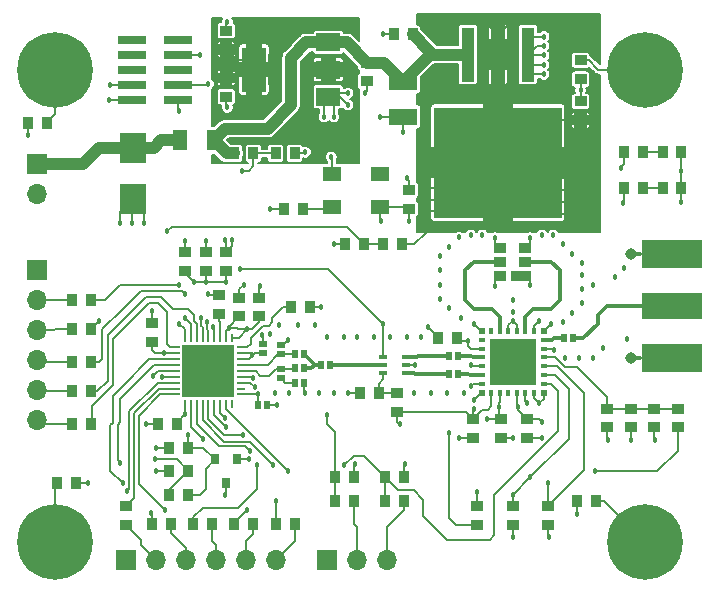
<source format=gtl>
G04 #@! TF.GenerationSoftware,KiCad,Pcbnew,(5.1.0-0)*
G04 #@! TF.CreationDate,2019-09-18T13:26:02-04:00*
G04 #@! TF.ProjectId,openlst-hw,6f70656e-6c73-4742-9d68-772e6b696361,1*
G04 #@! TF.SameCoordinates,Original*
G04 #@! TF.FileFunction,Copper,L1,Top*
G04 #@! TF.FilePolarity,Positive*
%FSLAX46Y46*%
G04 Gerber Fmt 4.6, Leading zero omitted, Abs format (unit mm)*
G04 Created by KiCad (PCBNEW (5.1.0-0)) date 2019-09-18 13:26:02*
%MOMM*%
%LPD*%
G04 APERTURE LIST*
%ADD10R,1.050000X0.810000*%
%ADD11R,1.700000X0.810000*%
%ADD12R,1.700000X1.700000*%
%ADD13O,1.700000X1.700000*%
%ADD14C,0.457200*%
%ADD15C,0.609600*%
%ADD16R,0.280000X0.750000*%
%ADD17R,0.750000X0.280000*%
%ADD18R,4.400000X4.400000*%
%ADD19R,3.500000X0.600000*%
%ADD20R,0.600000X3.500000*%
%ADD21C,0.558800*%
%ADD22R,0.400000X0.550000*%
%ADD23R,0.550000X0.500000*%
%ADD24R,0.550000X0.400000*%
%ADD25R,3.875000X3.875000*%
%ADD26R,0.820000X1.000000*%
%ADD27R,0.650000X0.575000*%
%ADD28R,1.000000X0.820000*%
%ADD29R,0.575000X0.650000*%
%ADD30R,2.400000X1.460000*%
%ADD31R,2.300000X2.500000*%
%ADD32R,2.400000X0.740000*%
%ADD33R,5.080000X2.290000*%
%ADD34R,5.080000X2.420000*%
%ADD35C,0.970000*%
%ADD36R,0.950000X0.460000*%
%ADD37R,1.220000X1.800000*%
%ADD38C,6.400000*%
%ADD39C,0.800000*%
%ADD40R,2.000000X3.800000*%
%ADD41R,2.000000X1.500000*%
%ADD42R,1.100000X4.600000*%
%ADD43R,10.800000X9.400000*%
%ADD44R,1.500000X1.200000*%
%ADD45R,0.800000X0.900000*%
%ADD46R,0.650000X0.400000*%
%ADD47C,0.203200*%
%ADD48C,0.127000*%
%ADD49C,1.016000*%
%ADD50C,0.350520*%
G04 APERTURE END LIST*
D10*
X156175000Y-60935000D03*
X156175000Y-59750000D03*
X156175000Y-58565000D03*
X158325000Y-58565000D03*
X158325000Y-59750000D03*
D11*
X158000000Y-60945000D03*
D12*
X117000000Y-60500000D03*
D13*
X117000000Y-63040000D03*
X117000000Y-65580000D03*
X117000000Y-68120000D03*
X117000000Y-70660000D03*
X117000000Y-73200000D03*
D14*
X137100000Y-70900000D03*
D15*
X131500000Y-70500000D03*
X133000000Y-70500000D03*
X133000000Y-67500000D03*
X131500000Y-67500000D03*
X130000000Y-67500000D03*
D16*
X131500000Y-66220000D03*
X132000000Y-66220000D03*
X132500000Y-66220000D03*
X133000000Y-66220000D03*
X133500000Y-66220000D03*
X131000000Y-66220000D03*
X130500000Y-66220000D03*
X130000000Y-66220000D03*
X129500000Y-66220000D03*
D17*
X134280000Y-69000000D03*
X134280000Y-69500000D03*
X134280000Y-70000000D03*
X134280000Y-70500000D03*
X134280000Y-71000000D03*
X134280000Y-67000000D03*
X134280000Y-67500000D03*
X134280000Y-68000000D03*
X134280000Y-68500000D03*
D16*
X131500000Y-71780000D03*
X131000000Y-71780000D03*
X130500000Y-71780000D03*
X130000000Y-71780000D03*
X129500000Y-71780000D03*
X133500000Y-71780000D03*
X133000000Y-71780000D03*
X132500000Y-71780000D03*
X132000000Y-71780000D03*
D17*
X128720000Y-69000000D03*
X128720000Y-68500000D03*
X128720000Y-68000000D03*
X128720000Y-67500000D03*
X128720000Y-67000000D03*
X128720000Y-71000000D03*
X128720000Y-70500000D03*
X128720000Y-70000000D03*
X128720000Y-69500000D03*
D18*
X131500000Y-69000000D03*
D15*
X130000000Y-70500000D03*
X133000000Y-69000000D03*
X131500000Y-69000000D03*
X130000000Y-69000000D03*
D14*
X133500000Y-57900000D03*
X124050000Y-56500000D03*
X125050000Y-56500000D03*
X126050000Y-56500000D03*
X134900000Y-46300000D03*
X135900000Y-46300000D03*
X134900000Y-40700000D03*
X135900000Y-40700000D03*
X141300000Y-47500000D03*
X142100000Y-47500000D03*
X143300000Y-46500000D03*
X143300000Y-45500000D03*
X159900000Y-40700000D03*
X159900000Y-43900000D03*
X159900000Y-43100000D03*
X159900000Y-42300000D03*
X159900000Y-41500000D03*
X155300000Y-39300000D03*
X156100000Y-39300000D03*
X156900000Y-39300000D03*
X153500000Y-66500000D03*
X157700000Y-72100000D03*
X156100000Y-72100000D03*
X155100000Y-73100000D03*
X159700000Y-73300000D03*
X149900000Y-55500000D03*
X162300000Y-55700000D03*
X149900000Y-54500000D03*
X162300000Y-54700000D03*
X149900000Y-53500000D03*
X162300000Y-53700000D03*
X149900000Y-52500000D03*
X162300000Y-52700000D03*
X149900000Y-51500000D03*
X162300000Y-51700000D03*
X164100000Y-67900000D03*
X165900000Y-61100000D03*
X163100000Y-63300000D03*
X162300000Y-59100000D03*
X154700000Y-57500000D03*
X151900000Y-58500000D03*
X151100000Y-62900000D03*
X138300000Y-70900000D03*
X139700000Y-70900000D03*
X140900000Y-70900000D03*
X142100000Y-70900000D03*
X148900000Y-70900000D03*
X150300000Y-70900000D03*
X151700000Y-70900000D03*
X153100000Y-70900000D03*
X136700000Y-65900000D03*
X137500000Y-65100000D03*
X139100000Y-65100000D03*
X140500000Y-65100000D03*
X141500000Y-66100000D03*
X143000000Y-66100000D03*
X144100000Y-66100000D03*
X145500000Y-66100000D03*
X146900000Y-66100000D03*
X148300000Y-66100000D03*
X149500000Y-66100000D03*
X157250000Y-63000000D03*
X151100000Y-59300000D03*
X160700000Y-57500000D03*
X162300000Y-64100000D03*
X166900000Y-66300000D03*
X164900000Y-67100000D03*
X162900000Y-67900000D03*
X161700000Y-67900000D03*
X164100000Y-61700000D03*
X159750000Y-57500000D03*
X163100000Y-59900000D03*
X163100000Y-60900000D03*
X163100000Y-62100000D03*
X161500000Y-64900000D03*
X153700000Y-57500000D03*
X152700000Y-57700000D03*
X166700000Y-60300000D03*
X161500000Y-58300000D03*
X151100000Y-60500000D03*
X151100000Y-61700000D03*
X151900000Y-63700000D03*
X152900000Y-64500000D03*
X157250000Y-64000000D03*
D19*
X157250000Y-67500000D03*
X157250000Y-69000000D03*
D20*
X156500000Y-68250000D03*
D21*
X158750000Y-69750000D03*
X158750000Y-68250000D03*
X157250000Y-68250000D03*
X155750000Y-68250000D03*
X158750000Y-66750000D03*
X157250000Y-66750000D03*
X155750000Y-66750000D03*
X155750000Y-69750000D03*
X157250000Y-69750000D03*
D20*
X158000000Y-68250000D03*
D22*
X155437000Y-70875000D03*
D23*
X154625000Y-70900000D03*
D24*
X154625000Y-66375000D03*
D23*
X154625000Y-65600000D03*
X159875000Y-65600000D03*
D25*
X157250000Y-68250000D03*
D23*
X159875000Y-70900000D03*
D24*
X159875000Y-70125000D03*
X159875000Y-69375000D03*
X159875000Y-68625000D03*
X159875000Y-67875000D03*
X159875000Y-67125000D03*
X159875000Y-66375000D03*
D22*
X159063000Y-65625000D03*
X158338000Y-65625000D03*
X157613000Y-65625000D03*
X156887000Y-65625000D03*
X156162000Y-65625000D03*
X155437000Y-65625000D03*
D24*
X154625000Y-67125000D03*
X154625000Y-67875000D03*
X154625000Y-68625000D03*
X154625000Y-69375000D03*
X154625000Y-70125000D03*
D22*
X156162000Y-70875000D03*
X156887000Y-70875000D03*
X157613000Y-70875000D03*
X158338000Y-70875000D03*
X159063000Y-70875000D03*
D26*
X128800000Y-73500000D03*
X127200000Y-73500000D03*
D27*
X136100000Y-67487500D03*
X136100000Y-66712500D03*
D28*
X135800000Y-64400000D03*
X135800000Y-62800000D03*
X144900000Y-42900000D03*
X144900000Y-44500000D03*
X134100000Y-64400000D03*
X134100000Y-62800000D03*
X165250000Y-72200000D03*
X165250000Y-73800000D03*
D29*
X135712500Y-71900000D03*
X136487500Y-71900000D03*
D26*
X152550000Y-66250000D03*
X150950000Y-66250000D03*
D28*
X129500000Y-58950000D03*
X129500000Y-60550000D03*
X126750000Y-66550000D03*
X126750000Y-64950000D03*
X133000000Y-44200000D03*
X133000000Y-45800000D03*
D30*
X148000000Y-44520000D03*
X148000000Y-47480000D03*
D28*
X133000000Y-41800000D03*
X133000000Y-40200000D03*
D26*
X148800000Y-40500000D03*
X147200000Y-40500000D03*
D28*
X132375000Y-64225000D03*
X132375000Y-62625000D03*
X163000000Y-47800000D03*
X163000000Y-46200000D03*
D29*
X139587500Y-70000000D03*
X138812500Y-70000000D03*
D26*
X129800000Y-75500000D03*
X128200000Y-75500000D03*
D27*
X137600000Y-66812500D03*
X137600000Y-67587500D03*
D29*
X138812500Y-68800000D03*
X139587500Y-68800000D03*
X141012500Y-68500000D03*
X141787500Y-68500000D03*
D26*
X145900000Y-70900000D03*
X144300000Y-70900000D03*
D28*
X148500000Y-55300000D03*
X148500000Y-53700000D03*
X153900000Y-73100000D03*
X153900000Y-74700000D03*
D29*
X151862500Y-67750000D03*
X152637500Y-67750000D03*
X151862500Y-69250000D03*
X152637500Y-69250000D03*
D28*
X156300000Y-73100000D03*
X156300000Y-74700000D03*
D29*
X162387500Y-66250000D03*
X161612500Y-66250000D03*
D28*
X158500000Y-73100000D03*
X158500000Y-74700000D03*
X131250000Y-58950000D03*
X131250000Y-60550000D03*
D26*
X171550000Y-50500000D03*
X169950000Y-50500000D03*
X171550000Y-53500000D03*
X169950000Y-53500000D03*
D31*
X125100000Y-50150000D03*
X125100000Y-54450000D03*
D12*
X117000000Y-51500000D03*
D13*
X117000000Y-54040000D03*
D32*
X128950000Y-46040000D03*
X125050000Y-46040000D03*
X128950000Y-44770000D03*
X125050000Y-44770000D03*
X128950000Y-43500000D03*
X125050000Y-43500000D03*
X128950000Y-42230000D03*
X125050000Y-42230000D03*
X128950000Y-40960000D03*
X125050000Y-40960000D03*
D12*
X124500000Y-85000000D03*
D13*
X127040000Y-85000000D03*
X129580000Y-85000000D03*
X132120000Y-85000000D03*
X134660000Y-85000000D03*
X137200000Y-85000000D03*
D12*
X141500000Y-85000000D03*
D13*
X144040000Y-85000000D03*
X146580000Y-85000000D03*
D33*
X170720000Y-63500000D03*
D34*
X170720000Y-67880000D03*
X170720000Y-59120000D03*
D35*
X167280000Y-67880000D03*
X167280000Y-59120000D03*
D36*
X167730000Y-67880000D03*
X167730000Y-59120000D03*
D37*
X131930000Y-49500000D03*
X129070000Y-49500000D03*
D28*
X133000000Y-58950000D03*
X133000000Y-60550000D03*
D27*
X137600000Y-69587500D03*
X137600000Y-68812500D03*
D29*
X138812500Y-67600000D03*
X139587500Y-67600000D03*
D28*
X147500000Y-72500000D03*
X147500000Y-70900000D03*
D38*
X118500000Y-83500000D03*
D39*
X120900000Y-83500000D03*
X120197056Y-85197056D03*
X118500000Y-85900000D03*
X116802944Y-85197056D03*
X116100000Y-83500000D03*
X116802944Y-81802944D03*
X118500000Y-81100000D03*
X120197056Y-81802944D03*
D38*
X118500000Y-43500000D03*
D39*
X120900000Y-43500000D03*
X120197056Y-45197056D03*
X118500000Y-45900000D03*
X116802944Y-45197056D03*
X116100000Y-43500000D03*
X116802944Y-41802944D03*
X118500000Y-41100000D03*
X120197056Y-41802944D03*
D38*
X168500000Y-43500000D03*
D39*
X170900000Y-43500000D03*
X170197056Y-45197056D03*
X168500000Y-45900000D03*
X166802944Y-45197056D03*
X166100000Y-43500000D03*
X166802944Y-41802944D03*
X168500000Y-41100000D03*
X170197056Y-41802944D03*
D38*
X168500000Y-83500000D03*
D39*
X170900000Y-83500000D03*
X170197056Y-85197056D03*
X168500000Y-85900000D03*
X166802944Y-85197056D03*
X166100000Y-83500000D03*
X166802944Y-81802944D03*
X168500000Y-81100000D03*
X170197056Y-81802944D03*
D26*
X143800000Y-78000000D03*
X142200000Y-78000000D03*
X148050000Y-78000000D03*
X146450000Y-78000000D03*
X168300000Y-50500000D03*
X166700000Y-50500000D03*
X168300000Y-53500000D03*
X166700000Y-53500000D03*
X137200000Y-82000000D03*
X138800000Y-82000000D03*
D28*
X124500000Y-80450000D03*
X124500000Y-82050000D03*
D26*
X133700000Y-82000000D03*
X135300000Y-82000000D03*
X130200000Y-82000000D03*
X131800000Y-82000000D03*
X121550000Y-73500000D03*
X119950000Y-73500000D03*
X121550000Y-63000000D03*
X119950000Y-63000000D03*
X121550000Y-68250000D03*
X119950000Y-68250000D03*
X121550000Y-70750000D03*
X119950000Y-70750000D03*
X146450000Y-80000000D03*
X148050000Y-80000000D03*
X142200000Y-80000000D03*
X143800000Y-80000000D03*
D28*
X154250000Y-80450000D03*
X154250000Y-82050000D03*
D26*
X140100000Y-63600000D03*
X138500000Y-63600000D03*
X139500000Y-55300000D03*
X137900000Y-55300000D03*
X129800000Y-79500000D03*
X128200000Y-79500000D03*
X121550000Y-65500000D03*
X119950000Y-65500000D03*
X126700000Y-82000000D03*
X128300000Y-82000000D03*
X146300000Y-58300000D03*
X147900000Y-58300000D03*
X143100000Y-58300000D03*
X144700000Y-58300000D03*
X135300000Y-50600000D03*
X133700000Y-50600000D03*
X138800000Y-50600000D03*
X137200000Y-50600000D03*
D28*
X171250000Y-72200000D03*
X171250000Y-73800000D03*
X157250000Y-82050000D03*
X157250000Y-80450000D03*
D26*
X129800000Y-77500000D03*
X128200000Y-77500000D03*
D28*
X160250000Y-80450000D03*
X160250000Y-82050000D03*
D26*
X120300000Y-78500000D03*
X118700000Y-78500000D03*
X116200000Y-48000000D03*
X117800000Y-48000000D03*
D28*
X163000000Y-44300000D03*
X163000000Y-42700000D03*
D26*
X162700000Y-80000000D03*
X164300000Y-80000000D03*
D28*
X169250000Y-72200000D03*
X169250000Y-73800000D03*
X167250000Y-73800000D03*
X167250000Y-72200000D03*
D40*
X135350000Y-43500000D03*
D41*
X141650000Y-43500000D03*
X141650000Y-41200000D03*
X141650000Y-45800000D03*
D42*
X158540000Y-42225000D03*
X156000000Y-42225000D03*
X153460000Y-42225000D03*
D43*
X156000000Y-51375000D03*
D44*
X146050000Y-52350000D03*
X141950000Y-52350000D03*
X141950000Y-55150000D03*
X146050000Y-55150000D03*
D45*
X133950000Y-76500000D03*
X132050000Y-76500000D03*
X133000000Y-78500000D03*
D46*
X148200000Y-69150000D03*
X148200000Y-67850000D03*
X146300000Y-68500000D03*
X148200000Y-68500000D03*
X146300000Y-67850000D03*
X146300000Y-69150000D03*
D14*
X135300000Y-69650000D03*
X129500000Y-72700000D03*
X127700000Y-67500000D03*
X133200000Y-65400000D03*
X134800000Y-65500000D03*
X135200000Y-67700000D03*
X135700000Y-71000000D03*
X131300000Y-61500000D03*
X130300000Y-61500000D03*
X133000000Y-61500000D03*
X138200000Y-66400000D03*
X146000000Y-47500000D03*
X141000000Y-63600000D03*
X135900000Y-61800000D03*
X134500000Y-61700000D03*
X126700000Y-63900000D03*
X126200000Y-73500000D03*
X137300000Y-71900000D03*
X116250000Y-49000000D03*
X171500000Y-54750000D03*
X129000000Y-47000000D03*
X148000000Y-48750000D03*
X144750000Y-45500000D03*
X146250000Y-40500000D03*
X163000000Y-45250000D03*
X131250000Y-58000000D03*
X129500000Y-58000000D03*
X136000000Y-66000000D03*
X165300000Y-74900000D03*
X169300000Y-74900000D03*
X162700000Y-81100000D03*
X160300000Y-83100000D03*
X142100000Y-58300000D03*
X148300000Y-52700000D03*
X139700000Y-50500000D03*
X141900000Y-50900000D03*
X171500000Y-52100000D03*
X134900000Y-76500000D03*
X131475000Y-62525000D03*
X127100000Y-75500000D03*
X121300000Y-78500000D03*
X133100000Y-46700000D03*
X133100000Y-39500000D03*
X150100000Y-65300000D03*
X152700000Y-74700000D03*
X157300000Y-74700000D03*
X159700000Y-74700000D03*
X158500000Y-71700000D03*
X143300000Y-70900000D03*
X149000000Y-68500000D03*
X155750000Y-57750000D03*
X158750000Y-57750000D03*
X158750000Y-61750000D03*
X155750000Y-61830000D03*
X153750000Y-68500000D03*
X153750000Y-70250000D03*
X154000000Y-71500000D03*
X159500000Y-71750000D03*
X160750000Y-67250000D03*
X157250000Y-64750000D03*
X159500000Y-64750000D03*
X160500000Y-65000000D03*
X154000000Y-65000000D03*
X148100000Y-76900000D03*
X122250000Y-64750000D03*
X126600000Y-81000000D03*
X154000000Y-72250000D03*
X157300000Y-83100000D03*
X146100000Y-56300000D03*
X123100000Y-46100000D03*
X127100000Y-77500000D03*
X132900000Y-79500000D03*
X132900000Y-57900000D03*
X143900000Y-76900000D03*
X147700000Y-73500000D03*
X148500000Y-56300000D03*
X143100000Y-43500000D03*
X133900000Y-42700000D03*
X133900000Y-43300000D03*
X157100000Y-42100000D03*
X167300000Y-74900000D03*
X131900000Y-65300000D03*
X129800000Y-74400000D03*
X132900000Y-73000000D03*
X131500000Y-44750000D03*
X123200000Y-44800000D03*
X133000000Y-73750000D03*
X130750000Y-42250000D03*
X127000000Y-76500000D03*
X131400000Y-64900000D03*
X134200000Y-60400000D03*
X141500000Y-72750000D03*
X146250000Y-65000000D03*
X166400000Y-51800000D03*
X135000000Y-75800000D03*
X137000000Y-77000000D03*
X166600000Y-54800000D03*
X137200000Y-80000000D03*
X124600000Y-79200000D03*
X134800000Y-80800000D03*
X127800000Y-80800000D03*
X135600000Y-77000000D03*
X131000000Y-74800000D03*
X129000000Y-61750000D03*
X129000000Y-65000000D03*
X129500000Y-64500000D03*
X129500000Y-62500000D03*
X124000000Y-76800000D03*
X158750000Y-78000000D03*
X154250000Y-79250000D03*
X157250000Y-79500000D03*
X134400000Y-74400000D03*
X151900000Y-74300000D03*
X136700000Y-55300000D03*
X135400000Y-70400000D03*
X128000000Y-57200000D03*
X126800000Y-69400000D03*
X134300000Y-52100000D03*
X127600000Y-69500000D03*
X124250000Y-78500000D03*
X160250000Y-78500000D03*
X164250000Y-77500000D03*
X138250000Y-77500000D03*
X130900000Y-64500000D03*
X143000000Y-77000000D03*
D47*
X134280000Y-69500000D02*
X135150000Y-69500000D01*
X135150000Y-69500000D02*
X135300000Y-69650000D01*
X129500000Y-71780000D02*
X129500000Y-72700000D01*
X129500000Y-72700000D02*
X128800000Y-73400000D01*
X128800000Y-73500000D02*
X128800000Y-73400000D01*
X128720000Y-67500000D02*
X127700000Y-67500000D01*
X126750000Y-67250000D02*
X127000000Y-67500000D01*
X127000000Y-67500000D02*
X127700000Y-67500000D01*
X126750000Y-67250000D02*
X126750000Y-66550000D01*
X133200000Y-65400000D02*
X133200000Y-65300000D01*
X133200000Y-65300000D02*
X134100000Y-64400000D01*
X133200000Y-65400000D02*
X133900000Y-65400000D01*
X133000000Y-65600000D02*
X133200000Y-65400000D01*
X133000000Y-66220000D02*
X133000000Y-65600000D01*
X134000000Y-65500000D02*
X134800000Y-65500000D01*
X133900000Y-65400000D02*
X134000000Y-65500000D01*
X135800000Y-64400000D02*
X135800000Y-64900000D01*
X134080000Y-66220000D02*
X134800000Y-65500000D01*
X134080000Y-66220000D02*
X133500000Y-66220000D01*
X135200000Y-65500000D02*
X134800000Y-65500000D01*
X135800000Y-64900000D02*
X135200000Y-65500000D01*
X134280000Y-67500000D02*
X135000000Y-67500000D01*
X135000000Y-67500000D02*
X135200000Y-67700000D01*
X136100000Y-67487500D02*
X135412500Y-67487500D01*
X134900000Y-68000000D02*
X135200000Y-67700000D01*
X134900000Y-68000000D02*
X134280000Y-68000000D01*
X135412500Y-67487500D02*
X135200000Y-67700000D01*
X135712500Y-71900000D02*
X135712500Y-71012500D01*
X135700000Y-71000000D02*
X134280000Y-71000000D01*
X135712500Y-71012500D02*
X135700000Y-71000000D01*
X131300000Y-61500000D02*
X130300000Y-61500000D01*
X130300000Y-61500000D02*
X129500000Y-60700000D01*
X131300000Y-61500000D02*
X133000000Y-61500000D01*
X129500000Y-60550000D02*
X129500000Y-60700000D01*
X131250000Y-60550000D02*
X131250000Y-61450000D01*
X131250000Y-61450000D02*
X131300000Y-61500000D01*
X133000000Y-60550000D02*
X133000000Y-61500000D01*
X137600000Y-66812500D02*
X137787500Y-66812500D01*
X137787500Y-66812500D02*
X138200000Y-66400000D01*
X139587500Y-70000000D02*
X139587500Y-70787500D01*
X139587500Y-70787500D02*
X139700000Y-70900000D01*
X148000000Y-47480000D02*
X146020000Y-47480000D01*
X146020000Y-47480000D02*
X146000000Y-47500000D01*
X140100000Y-63600000D02*
X141000000Y-63600000D01*
X135900000Y-61800000D02*
X135800000Y-61900000D01*
X135800000Y-61900000D02*
X135800000Y-62800000D01*
X134100000Y-62800000D02*
X134100000Y-62100000D01*
X134100000Y-62100000D02*
X134500000Y-61700000D01*
X126750000Y-64950000D02*
X126750000Y-63950000D01*
X126750000Y-63950000D02*
X126700000Y-63900000D01*
X127200000Y-73500000D02*
X126200000Y-73500000D01*
X136487500Y-71900000D02*
X137300000Y-71900000D01*
X170720000Y-59120000D02*
X167280000Y-59120000D01*
X170720000Y-67880000D02*
X167280000Y-67880000D01*
X116200000Y-48000000D02*
X116200000Y-48950000D01*
X116200000Y-48950000D02*
X116250000Y-49000000D01*
X171550000Y-53500000D02*
X171550000Y-54700000D01*
X171550000Y-54700000D02*
X171500000Y-54750000D01*
X128950000Y-46040000D02*
X128950000Y-46950000D01*
X128950000Y-46950000D02*
X129000000Y-47000000D01*
X148000000Y-47480000D02*
X148000000Y-48750000D01*
X144900000Y-44500000D02*
X144900000Y-45350000D01*
X144900000Y-45350000D02*
X144750000Y-45500000D01*
X147200000Y-40500000D02*
X146250000Y-40500000D01*
X163000000Y-46200000D02*
X163000000Y-45250000D01*
X163000000Y-45250000D02*
X163000000Y-44300000D01*
X131250000Y-58950000D02*
X131250000Y-58000000D01*
X129500000Y-58950000D02*
X129500000Y-58000000D01*
X124050000Y-56500000D02*
X124050000Y-55500000D01*
X124050000Y-55500000D02*
X125100000Y-54450000D01*
X126050000Y-56500000D02*
X126050000Y-55400000D01*
X126050000Y-55400000D02*
X125100000Y-54450000D01*
X125050000Y-56500000D02*
X125050000Y-54500000D01*
X125050000Y-54500000D02*
X125100000Y-54450000D01*
X136100000Y-66712500D02*
X136100000Y-66100000D01*
X136100000Y-66100000D02*
X136000000Y-66000000D01*
X165250000Y-73800000D02*
X165250000Y-74850000D01*
X165250000Y-74850000D02*
X165300000Y-74900000D01*
X169250000Y-73800000D02*
X169250000Y-74850000D01*
X169250000Y-74850000D02*
X169300000Y-74900000D01*
X162700000Y-80000000D02*
X162700000Y-81100000D01*
X160250000Y-82050000D02*
X160250000Y-83050000D01*
X160250000Y-83050000D02*
X160300000Y-83100000D01*
X143100000Y-58300000D02*
X142100000Y-58300000D01*
X148500000Y-53700000D02*
X148500000Y-52900000D01*
X148500000Y-52900000D02*
X148300000Y-52700000D01*
X138800000Y-50600000D02*
X139600000Y-50600000D01*
X139600000Y-50600000D02*
X139700000Y-50500000D01*
X141950000Y-52350000D02*
X141950000Y-50950000D01*
X141950000Y-50950000D02*
X141900000Y-50900000D01*
X171550000Y-50500000D02*
X171550000Y-52050000D01*
X171550000Y-52150000D02*
X171500000Y-52100000D01*
X171550000Y-52150000D02*
X171550000Y-53500000D01*
X171550000Y-52050000D02*
X171500000Y-52100000D01*
X133950000Y-76500000D02*
X134900000Y-76500000D01*
X132375000Y-62625000D02*
X131575000Y-62625000D01*
X131575000Y-62625000D02*
X131475000Y-62525000D01*
X128200000Y-75500000D02*
X127100000Y-75500000D01*
X120300000Y-78500000D02*
X121300000Y-78500000D01*
X143300000Y-45500000D02*
X141950000Y-45500000D01*
X141950000Y-45500000D02*
X141650000Y-45800000D01*
X143300000Y-46500000D02*
X142600000Y-45800000D01*
X142600000Y-45800000D02*
X141650000Y-45800000D01*
X141300000Y-47500000D02*
X141300000Y-46150000D01*
X141300000Y-46150000D02*
X141650000Y-45800000D01*
X142100000Y-47500000D02*
X142100000Y-46250000D01*
X142100000Y-46250000D02*
X141650000Y-45800000D01*
X133000000Y-45800000D02*
X133000000Y-46600000D01*
X133000000Y-46600000D02*
X133100000Y-46700000D01*
X133000000Y-40200000D02*
X133000000Y-39600000D01*
X133000000Y-39600000D02*
X133100000Y-39500000D01*
X159900000Y-43900000D02*
X159100000Y-43900000D01*
X159100000Y-43900000D02*
X158540000Y-43340000D01*
X158540000Y-43340000D02*
X158540000Y-42225000D01*
X159900000Y-40700000D02*
X159100000Y-40700000D01*
X159100000Y-40700000D02*
X158540000Y-41260000D01*
X158540000Y-41260000D02*
X158540000Y-42225000D01*
X159900000Y-43100000D02*
X159100000Y-43100000D01*
X159100000Y-43100000D02*
X158540000Y-42540000D01*
X158540000Y-42540000D02*
X158540000Y-42225000D01*
X159900000Y-42300000D02*
X158615000Y-42300000D01*
X158615000Y-42300000D02*
X158540000Y-42225000D01*
X159900000Y-41500000D02*
X159300000Y-41500000D01*
X159300000Y-41500000D02*
X158575000Y-42225000D01*
X158575000Y-42225000D02*
X158540000Y-42225000D01*
X150950000Y-66250000D02*
X150950000Y-66150000D01*
X150950000Y-66150000D02*
X150100000Y-65300000D01*
X153900000Y-74700000D02*
X152700000Y-74700000D01*
X156300000Y-74700000D02*
X157300000Y-74700000D01*
X158500000Y-74700000D02*
X159700000Y-74700000D01*
X158338000Y-70875000D02*
X158338000Y-71538000D01*
X158338000Y-71538000D02*
X158500000Y-71700000D01*
X144300000Y-70900000D02*
X143300000Y-70900000D01*
X148200000Y-68500000D02*
X149000000Y-68500000D01*
D48*
X155750000Y-58480000D02*
X155750000Y-57750000D01*
X158750000Y-58480000D02*
X158750000Y-57750000D01*
X158750000Y-61020000D02*
X158750000Y-61750000D01*
X155750000Y-61020000D02*
X155750000Y-61750000D01*
X154625000Y-68625000D02*
X153875000Y-68625000D01*
X153875000Y-68625000D02*
X153750000Y-68500000D01*
X154625000Y-70125000D02*
X153875000Y-70125000D01*
X153875000Y-70125000D02*
X153750000Y-70250000D01*
X154625000Y-70900000D02*
X154600000Y-70900000D01*
X154600000Y-70900000D02*
X154000000Y-71500000D01*
X159063000Y-70875000D02*
X159063000Y-71313000D01*
X159875000Y-71375000D02*
X159500000Y-71750000D01*
X159875000Y-71375000D02*
X159875000Y-70900000D01*
X159063000Y-71313000D02*
X159500000Y-71750000D01*
X159875000Y-67125000D02*
X160625000Y-67125000D01*
X160625000Y-67125000D02*
X160750000Y-67250000D01*
X156887000Y-65625000D02*
X156887000Y-65113000D01*
X157613000Y-65113000D02*
X157250000Y-64750000D01*
X157613000Y-65113000D02*
X157613000Y-65625000D01*
X156887000Y-65113000D02*
X157250000Y-64750000D01*
X159500000Y-64750000D02*
X159063000Y-65187000D01*
X159063000Y-65187000D02*
X159063000Y-65625000D01*
X159875000Y-65600000D02*
X159900000Y-65600000D01*
X159900000Y-65600000D02*
X160500000Y-65000000D01*
X154625000Y-65600000D02*
X154600000Y-65600000D01*
X154600000Y-65600000D02*
X154000000Y-65000000D01*
D47*
X148050000Y-78000000D02*
X148050000Y-76950000D01*
X148050000Y-76950000D02*
X148100000Y-76900000D01*
D49*
X133700000Y-50600000D02*
X133030000Y-50600000D01*
X133030000Y-50600000D02*
X131930000Y-49500000D01*
X144900000Y-42900000D02*
X146380000Y-42900000D01*
X146380000Y-42900000D02*
X148000000Y-44520000D01*
X141650000Y-41200000D02*
X143200000Y-41200000D01*
X143200000Y-41200000D02*
X144900000Y-42900000D01*
X148800000Y-40500000D02*
X150295000Y-41995000D01*
X150295000Y-41995000D02*
X150295000Y-42225000D01*
X148000000Y-44520000D02*
X150295000Y-42225000D01*
X150295000Y-42225000D02*
X153460000Y-42225000D01*
X147520000Y-44520000D02*
X148000000Y-44520000D01*
X131930000Y-49500000D02*
X132930000Y-48500000D01*
X139800000Y-41200000D02*
X141650000Y-41200000D01*
X138500000Y-42500000D02*
X139800000Y-41200000D01*
X138500000Y-46500000D02*
X138500000Y-42500000D01*
X136500000Y-48500000D02*
X138500000Y-46500000D01*
X132930000Y-48500000D02*
X136500000Y-48500000D01*
D47*
X121550000Y-65500000D02*
X121550000Y-65450000D01*
X121550000Y-65450000D02*
X122250000Y-64750000D01*
X126700000Y-82000000D02*
X126700000Y-81100000D01*
X126700000Y-81100000D02*
X126600000Y-81000000D01*
X133500000Y-57900000D02*
X133500000Y-58450000D01*
X133500000Y-58450000D02*
X133000000Y-58950000D01*
X147500000Y-72500000D02*
X153300000Y-72500000D01*
X153300000Y-72500000D02*
X153900000Y-73100000D01*
X153900000Y-73100000D02*
X153900000Y-72350000D01*
X153900000Y-72350000D02*
X154000000Y-72250000D01*
X157250000Y-82050000D02*
X157250000Y-83050000D01*
X157250000Y-83050000D02*
X157300000Y-83100000D01*
X146050000Y-55150000D02*
X146050000Y-56250000D01*
X146050000Y-56250000D02*
X146100000Y-56300000D01*
X125050000Y-46040000D02*
X123160000Y-46040000D01*
X123160000Y-46040000D02*
X123100000Y-46100000D01*
X128200000Y-77500000D02*
X127100000Y-77500000D01*
X133000000Y-78500000D02*
X133000000Y-79400000D01*
X133000000Y-79400000D02*
X132900000Y-79500000D01*
X133000000Y-58950000D02*
X133000000Y-58000000D01*
X133000000Y-58000000D02*
X132900000Y-57900000D01*
X143800000Y-78000000D02*
X143800000Y-77000000D01*
X143800000Y-77000000D02*
X143900000Y-76900000D01*
X147500000Y-72500000D02*
X147500000Y-73300000D01*
X147500000Y-73300000D02*
X147700000Y-73500000D01*
X148500000Y-55300000D02*
X148500000Y-56300000D01*
X146050000Y-55150000D02*
X148350000Y-55150000D01*
X148350000Y-55150000D02*
X148500000Y-55300000D01*
X141650000Y-43500000D02*
X143100000Y-43500000D01*
X134550000Y-42700000D02*
X133900000Y-42700000D01*
X133900000Y-42700000D02*
X133000000Y-41800000D01*
X134550000Y-42700000D02*
X135350000Y-43500000D01*
X135150000Y-43300000D02*
X133900000Y-43300000D01*
X133900000Y-43300000D02*
X133000000Y-44200000D01*
X135150000Y-43300000D02*
X135350000Y-43500000D01*
X135900000Y-46300000D02*
X135900000Y-44050000D01*
X135900000Y-44050000D02*
X135350000Y-43500000D01*
X134900000Y-46300000D02*
X134900000Y-43950000D01*
X134900000Y-43950000D02*
X135350000Y-43500000D01*
X135900000Y-40700000D02*
X135900000Y-42950000D01*
X135900000Y-42950000D02*
X135350000Y-43500000D01*
X134900000Y-40700000D02*
X134900000Y-43050000D01*
X134900000Y-43050000D02*
X135350000Y-43500000D01*
X153900000Y-73100000D02*
X154700000Y-72300000D01*
X154700000Y-72300000D02*
X155150000Y-72300000D01*
X155150000Y-72300000D02*
X155437000Y-72013000D01*
X155437000Y-72013000D02*
X155437000Y-70875000D01*
X132375000Y-64225000D02*
X132375000Y-64775000D01*
X132500000Y-64900000D02*
X132500000Y-66220000D01*
X132375000Y-64775000D02*
X132500000Y-64900000D01*
X147900000Y-58300000D02*
X148900000Y-58300000D01*
X149900000Y-57300000D02*
X149900000Y-55500000D01*
X148900000Y-58300000D02*
X149900000Y-57300000D01*
X162300000Y-51700000D02*
X156325000Y-51700000D01*
X156900000Y-39300000D02*
X156900000Y-39700000D01*
X156900000Y-39700000D02*
X156000000Y-40600000D01*
X156000000Y-40600000D02*
X156000000Y-42225000D01*
X156100000Y-39300000D02*
X156000000Y-39400000D01*
X156000000Y-39400000D02*
X156000000Y-42225000D01*
X155300000Y-39300000D02*
X155300000Y-39900000D01*
X155300000Y-39900000D02*
X156000000Y-40600000D01*
X156000000Y-40600000D02*
X156000000Y-42225000D01*
X156000000Y-42225000D02*
X156975000Y-42225000D01*
X156975000Y-42225000D02*
X157100000Y-42100000D01*
X149900000Y-51500000D02*
X155875000Y-51500000D01*
X155875000Y-51500000D02*
X156000000Y-51375000D01*
X149900000Y-52500000D02*
X154875000Y-52500000D01*
X154875000Y-52500000D02*
X156000000Y-51375000D01*
X149900000Y-53500000D02*
X153875000Y-53500000D01*
X153875000Y-53500000D02*
X156000000Y-51375000D01*
X149900000Y-54500000D02*
X152875000Y-54500000D01*
X152875000Y-54500000D02*
X156000000Y-51375000D01*
X149900000Y-55500000D02*
X151875000Y-55500000D01*
X151875000Y-55500000D02*
X156000000Y-51375000D01*
X162300000Y-55700000D02*
X160325000Y-55700000D01*
X160325000Y-55700000D02*
X156000000Y-51375000D01*
X162300000Y-54700000D02*
X159325000Y-54700000D01*
X159325000Y-54700000D02*
X156000000Y-51375000D01*
X162300000Y-53700000D02*
X158325000Y-53700000D01*
X158325000Y-53700000D02*
X156000000Y-51375000D01*
X162300000Y-52700000D02*
X157325000Y-52700000D01*
X157325000Y-52700000D02*
X156000000Y-51375000D01*
X156325000Y-51700000D02*
X156000000Y-51375000D01*
X163000000Y-47800000D02*
X159575000Y-47800000D01*
X159575000Y-47800000D02*
X156000000Y-51375000D01*
X153500000Y-66500000D02*
X152800000Y-66500000D01*
X152800000Y-66500000D02*
X152550000Y-66250000D01*
X154625000Y-67125000D02*
X153725000Y-67125000D01*
X153500000Y-66900000D02*
X153500000Y-66500000D01*
X153725000Y-67125000D02*
X153500000Y-66900000D01*
X167250000Y-73800000D02*
X167250000Y-74850000D01*
X167250000Y-74850000D02*
X167300000Y-74900000D01*
X155100000Y-73100000D02*
X156300000Y-73100000D01*
X156162000Y-70875000D02*
X156162000Y-71638000D01*
X156100000Y-71700000D02*
X156100000Y-72100000D01*
X156162000Y-71638000D02*
X156100000Y-71700000D01*
X156300000Y-73100000D02*
X156100000Y-72900000D01*
X156100000Y-72900000D02*
X156100000Y-72100000D01*
X157700000Y-72100000D02*
X157613000Y-72013000D01*
X157613000Y-72013000D02*
X157613000Y-70875000D01*
X158500000Y-73100000D02*
X157700000Y-72300000D01*
X157700000Y-72300000D02*
X157700000Y-72100000D01*
X159700000Y-73300000D02*
X159500000Y-73100000D01*
X159500000Y-73100000D02*
X158500000Y-73100000D01*
X137600000Y-69587500D02*
X137600000Y-69600000D01*
X137600000Y-69600000D02*
X138000000Y-70000000D01*
X138000000Y-70000000D02*
X138812500Y-70000000D01*
X132000000Y-66220000D02*
X132000000Y-65400000D01*
X132000000Y-65400000D02*
X131900000Y-65300000D01*
X129800000Y-74400000D02*
X129800000Y-75500000D01*
X132200000Y-76350000D02*
X132050000Y-76500000D01*
X129800000Y-79500000D02*
X130750000Y-79500000D01*
X131250000Y-77300000D02*
X132050000Y-76500000D01*
X131250000Y-79000000D02*
X131250000Y-77300000D01*
X130750000Y-79500000D02*
X131250000Y-79000000D01*
X129800000Y-75500000D02*
X131050000Y-75500000D01*
X131050000Y-75500000D02*
X132050000Y-76500000D01*
X132000000Y-76450000D02*
X132050000Y-76500000D01*
X134280000Y-68500000D02*
X136500000Y-68500000D01*
X136500000Y-68500000D02*
X137412500Y-67587500D01*
X137412500Y-67587500D02*
X137600000Y-67587500D01*
X137600000Y-67587500D02*
X138800000Y-67587500D01*
X138800000Y-67587500D02*
X138812500Y-67600000D01*
X134280000Y-69000000D02*
X135500000Y-69000000D01*
X137187500Y-68812500D02*
X137600000Y-68812500D01*
X136600000Y-69400000D02*
X137187500Y-68812500D01*
X135900000Y-69400000D02*
X136600000Y-69400000D01*
X135500000Y-69000000D02*
X135900000Y-69400000D01*
X137600000Y-68812500D02*
X138800000Y-68812500D01*
X138800000Y-68812500D02*
X138812500Y-68800000D01*
D50*
X141012500Y-68500000D02*
X140500000Y-68500000D01*
X140200000Y-68800000D02*
X139587500Y-68800000D01*
X140500000Y-68500000D02*
X140200000Y-68800000D01*
X141012500Y-68500000D02*
X140487500Y-68500000D01*
X140487500Y-68500000D02*
X139587500Y-67600000D01*
X146300000Y-68500000D02*
X141787500Y-68500000D01*
D47*
X147500000Y-70900000D02*
X145900000Y-70900000D01*
X146300000Y-69150000D02*
X146300000Y-69700000D01*
X145900000Y-70100000D02*
X145900000Y-70900000D01*
X146300000Y-69700000D02*
X145900000Y-70100000D01*
D50*
X151862500Y-67750000D02*
X149250000Y-67750000D01*
X149150000Y-67850000D02*
X148200000Y-67850000D01*
X149250000Y-67750000D02*
X149150000Y-67850000D01*
X154625000Y-67875000D02*
X153875000Y-67875000D01*
X153750000Y-67750000D02*
X152637500Y-67750000D01*
X153875000Y-67875000D02*
X153750000Y-67750000D01*
X151862500Y-69250000D02*
X149000000Y-69250000D01*
X148900000Y-69150000D02*
X148200000Y-69150000D01*
X149000000Y-69250000D02*
X148900000Y-69150000D01*
X154625000Y-69375000D02*
X153625000Y-69375000D01*
X153500000Y-69250000D02*
X152637500Y-69250000D01*
X153625000Y-69375000D02*
X153500000Y-69250000D01*
D47*
X169250000Y-72200000D02*
X171250000Y-72200000D01*
X167250000Y-72200000D02*
X169250000Y-72200000D01*
X165250000Y-72200000D02*
X167250000Y-72200000D01*
X159875000Y-67875000D02*
X160875000Y-67875000D01*
X165250000Y-71250000D02*
X165250000Y-72200000D01*
X162700000Y-68700000D02*
X165250000Y-71250000D01*
X161700000Y-68700000D02*
X162700000Y-68700000D01*
X160875000Y-67875000D02*
X161700000Y-68700000D01*
D50*
X170720000Y-63500000D02*
X165250000Y-63500000D01*
X163250000Y-66250000D02*
X162387500Y-66250000D01*
X164500000Y-65000000D02*
X163250000Y-66250000D01*
X164500000Y-64250000D02*
X164500000Y-65000000D01*
X165250000Y-63500000D02*
X164500000Y-64250000D01*
X159875000Y-66375000D02*
X160625000Y-66375000D01*
X160750000Y-66250000D02*
X161612500Y-66250000D01*
X160625000Y-66375000D02*
X160750000Y-66250000D01*
D47*
X169950000Y-50500000D02*
X168300000Y-50500000D01*
X169950000Y-53500000D02*
X168300000Y-53500000D01*
D49*
X117000000Y-51500000D02*
X118500000Y-51500000D01*
X122250000Y-50150000D02*
X120900000Y-51500000D01*
X120900000Y-51500000D02*
X118500000Y-51500000D01*
X122250000Y-50150000D02*
X125100000Y-50150000D01*
X125100000Y-50150000D02*
X126850000Y-50150000D01*
X127500000Y-49500000D02*
X129070000Y-49500000D01*
X126850000Y-50150000D02*
X127500000Y-49500000D01*
D47*
X132500000Y-72600000D02*
X132900000Y-73000000D01*
X132500000Y-71780000D02*
X132500000Y-72600000D01*
X131480000Y-44770000D02*
X128950000Y-44770000D01*
X131500000Y-44750000D02*
X131480000Y-44770000D01*
X125050000Y-44770000D02*
X123230000Y-44770000D01*
X123230000Y-44770000D02*
X123200000Y-44800000D01*
X132000000Y-71780000D02*
X132000000Y-72750000D01*
X132000000Y-72750000D02*
X133000000Y-73750000D01*
X129800000Y-77500000D02*
X128800000Y-76500000D01*
X130730000Y-42230000D02*
X128950000Y-42230000D01*
X130750000Y-42250000D02*
X130730000Y-42230000D01*
X128800000Y-76500000D02*
X127000000Y-76500000D01*
X128200000Y-79500000D02*
X128200000Y-79100000D01*
X128200000Y-79100000D02*
X129800000Y-77500000D01*
X119950000Y-63000000D02*
X117040000Y-63000000D01*
X117040000Y-63000000D02*
X117000000Y-63040000D01*
X119950000Y-65500000D02*
X118500000Y-65500000D01*
X118420000Y-65580000D02*
X117000000Y-65580000D01*
X118500000Y-65500000D02*
X118420000Y-65580000D01*
X119950000Y-68250000D02*
X117130000Y-68250000D01*
X117130000Y-68250000D02*
X117000000Y-68120000D01*
X119950000Y-70750000D02*
X117090000Y-70750000D01*
X117090000Y-70750000D02*
X117000000Y-70660000D01*
X119950000Y-73500000D02*
X117300000Y-73500000D01*
X117300000Y-73500000D02*
X117000000Y-73200000D01*
X124500000Y-82050000D02*
X125750000Y-83300000D01*
X125750000Y-83710000D02*
X127040000Y-85000000D01*
X125750000Y-83300000D02*
X125750000Y-83710000D01*
X128300000Y-82000000D02*
X128300000Y-82700000D01*
X129580000Y-83980000D02*
X129580000Y-85000000D01*
X128300000Y-82700000D02*
X129580000Y-83980000D01*
X131800000Y-82000000D02*
X131800000Y-83400000D01*
X132120000Y-83720000D02*
X132120000Y-85000000D01*
X131800000Y-83400000D02*
X132120000Y-83720000D01*
X135300000Y-82000000D02*
X135300000Y-82800000D01*
X134660000Y-83440000D02*
X134660000Y-85000000D01*
X135300000Y-82800000D02*
X134660000Y-83440000D01*
X138800000Y-82000000D02*
X138800000Y-83400000D01*
X138800000Y-83400000D02*
X137200000Y-85000000D01*
X146250000Y-65000000D02*
X141650000Y-60400000D01*
X131500000Y-65600000D02*
X131400000Y-65500000D01*
X131400000Y-65500000D02*
X131400000Y-64900000D01*
X131500000Y-65600000D02*
X131500000Y-66220000D01*
X141650000Y-60400000D02*
X134200000Y-60400000D01*
X142200000Y-78000000D02*
X142200000Y-74200000D01*
X141500000Y-73500000D02*
X141500000Y-72750000D01*
X142200000Y-74200000D02*
X141500000Y-73500000D01*
X146300000Y-65050000D02*
X146300000Y-67850000D01*
X146250000Y-65000000D02*
X146300000Y-65050000D01*
X142200000Y-80000000D02*
X142200000Y-78000000D01*
X133200000Y-75400000D02*
X132400000Y-75400000D01*
X166700000Y-51500000D02*
X166400000Y-51800000D01*
X135000000Y-75800000D02*
X134600000Y-75400000D01*
X134600000Y-75400000D02*
X133200000Y-75400000D01*
X166700000Y-50500000D02*
X166700000Y-51500000D01*
X130500000Y-73500000D02*
X130500000Y-71780000D01*
X132400000Y-75400000D02*
X130500000Y-73500000D01*
X131000000Y-73200000D02*
X132800000Y-75000000D01*
X132800000Y-75000000D02*
X135000000Y-75000000D01*
X135000000Y-75000000D02*
X137000000Y-77000000D01*
X131000000Y-71780000D02*
X131000000Y-73200000D01*
X166700000Y-54700000D02*
X166700000Y-53500000D01*
X166600000Y-54800000D02*
X166700000Y-54700000D01*
X128720000Y-70000000D02*
X127200000Y-70000000D01*
X137200000Y-80000000D02*
X137200000Y-82000000D01*
X124800000Y-79000000D02*
X124600000Y-79200000D01*
X124800000Y-72400000D02*
X124800000Y-79000000D01*
X127200000Y-70000000D02*
X124800000Y-72400000D01*
X128720000Y-70500000D02*
X127300000Y-70500000D01*
X125200000Y-79750000D02*
X124500000Y-80450000D01*
X125200000Y-72600000D02*
X125200000Y-79750000D01*
X127300000Y-70500000D02*
X125200000Y-72600000D01*
X128720000Y-71000000D02*
X127400000Y-71000000D01*
X134800000Y-80800000D02*
X133700000Y-81900000D01*
X125600000Y-78600000D02*
X127800000Y-80800000D01*
X125600000Y-72800000D02*
X125600000Y-78600000D01*
X127400000Y-71000000D02*
X125600000Y-72800000D01*
X133700000Y-81900000D02*
X133700000Y-82000000D01*
X130000000Y-71780000D02*
X130000000Y-73800000D01*
X130200000Y-81400000D02*
X130200000Y-82000000D01*
X131000000Y-80600000D02*
X130200000Y-81400000D01*
X134000000Y-80600000D02*
X131000000Y-80600000D01*
X135600000Y-79000000D02*
X134000000Y-80600000D01*
X135600000Y-77000000D02*
X135600000Y-79000000D01*
X130000000Y-73800000D02*
X131000000Y-74800000D01*
X123500000Y-66250000D02*
X123400000Y-66350000D01*
X123500000Y-66250000D02*
X126500000Y-63250000D01*
X126500000Y-63250000D02*
X127250000Y-63250000D01*
X127250000Y-63250000D02*
X128000000Y-64000000D01*
X128000000Y-64000000D02*
X128000000Y-66750000D01*
X128000000Y-66750000D02*
X128250000Y-67000000D01*
X128720000Y-67000000D02*
X128250000Y-67000000D01*
X121600000Y-72000000D02*
X121600000Y-73450000D01*
X123400000Y-70200000D02*
X121600000Y-72000000D01*
X123400000Y-70000000D02*
X123400000Y-70200000D01*
X123400000Y-66350000D02*
X123400000Y-70000000D01*
X121600000Y-73450000D02*
X121550000Y-73500000D01*
X129500000Y-66220000D02*
X129500000Y-65500000D01*
X122750000Y-63000000D02*
X121550000Y-63000000D01*
X124000000Y-61750000D02*
X122750000Y-63000000D01*
X124750000Y-61750000D02*
X124000000Y-61750000D01*
X129000000Y-61750000D02*
X124750000Y-61750000D01*
X129500000Y-65500000D02*
X129000000Y-65000000D01*
X124250000Y-63750000D02*
X125750000Y-62250000D01*
X130000000Y-65000000D02*
X129500000Y-64500000D01*
X130000000Y-66220000D02*
X130000000Y-65000000D01*
X122250000Y-68250000D02*
X122500000Y-68000000D01*
X122500000Y-68000000D02*
X122500000Y-65500000D01*
X122500000Y-65500000D02*
X124250000Y-63750000D01*
X122250000Y-68250000D02*
X121550000Y-68250000D01*
X129250000Y-62250000D02*
X129500000Y-62500000D01*
X125750000Y-62250000D02*
X129250000Y-62250000D01*
X126250000Y-62750000D02*
X127500000Y-62750000D01*
X122100000Y-70750000D02*
X123000000Y-69850000D01*
X123000000Y-69850000D02*
X123000000Y-66000000D01*
X123000000Y-66000000D02*
X126250000Y-62750000D01*
X130250000Y-64250000D02*
X130250000Y-64750000D01*
X130250000Y-64750000D02*
X130500000Y-65000000D01*
X130500000Y-66220000D02*
X130500000Y-65000000D01*
X122100000Y-70750000D02*
X121550000Y-70750000D01*
X129750000Y-63750000D02*
X130250000Y-64250000D01*
X128500000Y-63750000D02*
X129750000Y-63750000D01*
X127500000Y-62750000D02*
X128500000Y-63750000D01*
X124025000Y-71375000D02*
X124025000Y-73375000D01*
X126900000Y-68500000D02*
X124025000Y-71375000D01*
X126900000Y-68500000D02*
X128720000Y-68500000D01*
X123800000Y-76550000D02*
X124000000Y-76800000D01*
X123800000Y-73600000D02*
X123800000Y-76550000D01*
X124025000Y-73375000D02*
X123800000Y-73600000D01*
X159875000Y-69375000D02*
X160875000Y-69375000D01*
X162000000Y-74750000D02*
X158750000Y-78000000D01*
X158750000Y-78000000D02*
X157250000Y-79500000D01*
X162000000Y-70500000D02*
X162000000Y-74750000D01*
X160875000Y-69375000D02*
X162000000Y-70500000D01*
X157250000Y-80450000D02*
X157250000Y-79500000D01*
X154250000Y-79250000D02*
X154250000Y-80450000D01*
X131500000Y-71780000D02*
X131500000Y-73100000D01*
X132800000Y-74400000D02*
X134400000Y-74400000D01*
X131500000Y-73100000D02*
X132800000Y-74400000D01*
X152450000Y-82050000D02*
X154250000Y-82050000D01*
X151900000Y-81500000D02*
X152450000Y-82050000D01*
X151900000Y-74300000D02*
X151900000Y-81500000D01*
X134280000Y-67000000D02*
X134800000Y-67000000D01*
X137800000Y-63600000D02*
X138500000Y-63600000D01*
X136900000Y-64500000D02*
X137800000Y-63600000D01*
X136900000Y-64900000D02*
X136900000Y-64500000D01*
X136600000Y-65200000D02*
X136900000Y-64900000D01*
X136100000Y-65200000D02*
X136600000Y-65200000D01*
X135100000Y-66200000D02*
X136100000Y-65200000D01*
X135100000Y-66700000D02*
X135100000Y-66200000D01*
X134800000Y-67000000D02*
X135100000Y-66700000D01*
X139500000Y-55300000D02*
X141800000Y-55300000D01*
X141800000Y-55300000D02*
X141950000Y-55150000D01*
X137900000Y-55300000D02*
X136700000Y-55300000D01*
X135000000Y-70000000D02*
X134280000Y-70000000D01*
X135000000Y-70000000D02*
X135400000Y-70400000D01*
X137950000Y-55350000D02*
X137900000Y-55300000D01*
X128720000Y-69000000D02*
X127200000Y-69000000D01*
X143200000Y-56800000D02*
X144700000Y-58300000D01*
X128400000Y-56800000D02*
X143200000Y-56800000D01*
X128000000Y-57200000D02*
X128400000Y-56800000D01*
X127200000Y-69000000D02*
X126800000Y-69400000D01*
X144700000Y-58300000D02*
X146300000Y-58300000D01*
X128720000Y-69500000D02*
X127600000Y-69500000D01*
X135300000Y-51700000D02*
X135300000Y-50600000D01*
X134900000Y-52100000D02*
X135300000Y-51700000D01*
X134300000Y-52100000D02*
X134900000Y-52100000D01*
X135300000Y-50600000D02*
X137200000Y-50600000D01*
X124250000Y-70250000D02*
X123400000Y-71100000D01*
X126500000Y-68000000D02*
X124250000Y-70250000D01*
X160250000Y-80450000D02*
X160250000Y-78500000D01*
X126500000Y-68000000D02*
X128720000Y-68000000D01*
X123200000Y-77450000D02*
X124250000Y-78500000D01*
X123200000Y-73600000D02*
X123200000Y-77450000D01*
X123400000Y-73400000D02*
X123200000Y-73600000D01*
X123400000Y-71100000D02*
X123400000Y-73400000D01*
X159875000Y-68625000D02*
X161025000Y-68625000D01*
X163300000Y-77400000D02*
X160250000Y-80450000D01*
X163300000Y-70900000D02*
X163300000Y-77400000D01*
X161025000Y-68625000D02*
X163300000Y-70900000D01*
D50*
X158338000Y-65625000D02*
X158338000Y-64412000D01*
X160500000Y-59750000D02*
X158750000Y-59750000D01*
X161250000Y-60500000D02*
X160500000Y-59750000D01*
X161250000Y-63000000D02*
X161250000Y-60500000D01*
X160500000Y-63750000D02*
X161250000Y-63000000D01*
X159000000Y-63750000D02*
X160500000Y-63750000D01*
X158338000Y-64412000D02*
X159000000Y-63750000D01*
D47*
X143800000Y-80000000D02*
X143800000Y-82000000D01*
X144040000Y-82240000D02*
X144040000Y-85000000D01*
X143800000Y-82000000D02*
X144040000Y-82240000D01*
X148050000Y-80000000D02*
X148050000Y-80750000D01*
X146580000Y-82220000D02*
X146580000Y-85000000D01*
X148050000Y-80750000D02*
X146580000Y-82220000D01*
X133000000Y-71780000D02*
X133000000Y-72250000D01*
X171250000Y-75750000D02*
X171250000Y-73800000D01*
X169500000Y-77500000D02*
X171250000Y-75750000D01*
X164250000Y-77500000D02*
X169500000Y-77500000D01*
X133000000Y-72250000D02*
X138250000Y-77500000D01*
D50*
X156162000Y-65625000D02*
X156162000Y-64412000D01*
X153250000Y-60500000D02*
X154000000Y-59750000D01*
X153250000Y-63000000D02*
X153250000Y-60500000D01*
X154000000Y-63750000D02*
X153250000Y-63000000D01*
X155500000Y-63750000D02*
X154000000Y-63750000D01*
X156162000Y-64412000D02*
X155500000Y-63750000D01*
X154000000Y-59750000D02*
X155750000Y-59750000D01*
D47*
X118700000Y-78500000D02*
X118500000Y-78700000D01*
X118500000Y-78700000D02*
X118500000Y-83500000D01*
X117800000Y-48000000D02*
X117800000Y-47950000D01*
X117800000Y-47950000D02*
X118500000Y-47250000D01*
X118500000Y-47250000D02*
X118500000Y-43500000D01*
X163000000Y-42700000D02*
X163700000Y-42700000D01*
X164500000Y-43500000D02*
X168500000Y-43500000D01*
X163700000Y-42700000D02*
X164500000Y-43500000D01*
X164300000Y-80000000D02*
X165000000Y-80000000D01*
X165000000Y-80000000D02*
X168500000Y-83500000D01*
X131000000Y-66220000D02*
X131000000Y-65300000D01*
X130900000Y-65200000D02*
X130900000Y-64500000D01*
X131000000Y-65300000D02*
X130900000Y-65200000D01*
X144650000Y-76200000D02*
X146450000Y-78000000D01*
X143800000Y-76200000D02*
X144650000Y-76200000D01*
X143000000Y-77000000D02*
X143800000Y-76200000D01*
X146500000Y-77950000D02*
X146450000Y-78000000D01*
X146250000Y-77800000D02*
X146450000Y-78000000D01*
X146450000Y-80000000D02*
X146450000Y-78000000D01*
X159875000Y-70125000D02*
X160525000Y-70125000D01*
X147550000Y-79100000D02*
X146450000Y-78000000D01*
X148900000Y-79100000D02*
X147550000Y-79100000D01*
X149700000Y-79900000D02*
X148900000Y-79100000D01*
X149700000Y-81300000D02*
X149700000Y-79900000D01*
X151700000Y-83300000D02*
X149700000Y-81300000D01*
X155300000Y-83300000D02*
X151700000Y-83300000D01*
X155700000Y-82900000D02*
X155300000Y-83300000D01*
X155700000Y-79500000D02*
X155700000Y-82900000D01*
X156500000Y-78700000D02*
X155700000Y-79500000D01*
X156500000Y-78700000D02*
X156500000Y-78700000D01*
X161100000Y-74100000D02*
X156500000Y-78700000D01*
X161100000Y-70700000D02*
X161100000Y-74100000D01*
X160525000Y-70125000D02*
X161100000Y-70700000D01*
D48*
G36*
X164636500Y-43043803D02*
G01*
X164010907Y-42418211D01*
X163997782Y-42402218D01*
X163933966Y-42349846D01*
X163861158Y-42310929D01*
X163819036Y-42298152D01*
X163819036Y-42290000D01*
X163812906Y-42227759D01*
X163794751Y-42167910D01*
X163765269Y-42112753D01*
X163725593Y-42064407D01*
X163677247Y-42024731D01*
X163622090Y-41995249D01*
X163562241Y-41977094D01*
X163500000Y-41970964D01*
X162500000Y-41970964D01*
X162437759Y-41977094D01*
X162377910Y-41995249D01*
X162322753Y-42024731D01*
X162274407Y-42064407D01*
X162234731Y-42112753D01*
X162205249Y-42167910D01*
X162187094Y-42227759D01*
X162180964Y-42290000D01*
X162180964Y-43110000D01*
X162187094Y-43172241D01*
X162205249Y-43232090D01*
X162234731Y-43287247D01*
X162274407Y-43335593D01*
X162322753Y-43375269D01*
X162377910Y-43404751D01*
X162437759Y-43422906D01*
X162500000Y-43429036D01*
X163500000Y-43429036D01*
X163562241Y-43422906D01*
X163622090Y-43404751D01*
X163677247Y-43375269D01*
X163725593Y-43335593D01*
X163733393Y-43326089D01*
X164189097Y-43781794D01*
X164202218Y-43797782D01*
X164266034Y-43850154D01*
X164338842Y-43889071D01*
X164417842Y-43913035D01*
X164500000Y-43921127D01*
X164520580Y-43919100D01*
X164636500Y-43919100D01*
X164636500Y-57236500D01*
X161180723Y-57236500D01*
X161124183Y-57151882D01*
X161048118Y-57075817D01*
X160958675Y-57016053D01*
X160859291Y-56974887D01*
X160753786Y-56953900D01*
X160646214Y-56953900D01*
X160540709Y-56974887D01*
X160441325Y-57016053D01*
X160351882Y-57075817D01*
X160275817Y-57151882D01*
X160225000Y-57227935D01*
X160174183Y-57151882D01*
X160098118Y-57075817D01*
X160008675Y-57016053D01*
X159909291Y-56974887D01*
X159803786Y-56953900D01*
X159696214Y-56953900D01*
X159590709Y-56974887D01*
X159491325Y-57016053D01*
X159401882Y-57075817D01*
X159325817Y-57151882D01*
X159269277Y-57236500D01*
X158937327Y-57236500D01*
X158909291Y-57224887D01*
X158803786Y-57203900D01*
X158696214Y-57203900D01*
X158590709Y-57224887D01*
X158562673Y-57236500D01*
X155937327Y-57236500D01*
X155909291Y-57224887D01*
X155803786Y-57203900D01*
X155696214Y-57203900D01*
X155590709Y-57224887D01*
X155562673Y-57236500D01*
X155180723Y-57236500D01*
X155124183Y-57151882D01*
X155048118Y-57075817D01*
X154958675Y-57016053D01*
X154859291Y-56974887D01*
X154753786Y-56953900D01*
X154646214Y-56953900D01*
X154540709Y-56974887D01*
X154441325Y-57016053D01*
X154351882Y-57075817D01*
X154275817Y-57151882D01*
X154219277Y-57236500D01*
X154180723Y-57236500D01*
X154124183Y-57151882D01*
X154048118Y-57075817D01*
X153958675Y-57016053D01*
X153859291Y-56974887D01*
X153753786Y-56953900D01*
X153646214Y-56953900D01*
X153540709Y-56974887D01*
X153441325Y-57016053D01*
X153351882Y-57075817D01*
X153275817Y-57151882D01*
X153219277Y-57236500D01*
X152989276Y-57236500D01*
X152958675Y-57216053D01*
X152859291Y-57174887D01*
X152753786Y-57153900D01*
X152646214Y-57153900D01*
X152540709Y-57174887D01*
X152441325Y-57216053D01*
X152410724Y-57236500D01*
X149163500Y-57236500D01*
X149163500Y-56075000D01*
X150280964Y-56075000D01*
X150287094Y-56137241D01*
X150305249Y-56197090D01*
X150334731Y-56252247D01*
X150374407Y-56300593D01*
X150422753Y-56340269D01*
X150477910Y-56369751D01*
X150537759Y-56387906D01*
X150600000Y-56394036D01*
X154714125Y-56392500D01*
X154793500Y-56313125D01*
X154793500Y-52581500D01*
X157206500Y-52581500D01*
X157206500Y-56313125D01*
X157285875Y-56392500D01*
X161400000Y-56394036D01*
X161462241Y-56387906D01*
X161522090Y-56369751D01*
X161577247Y-56340269D01*
X161625593Y-56300593D01*
X161665269Y-56252247D01*
X161694751Y-56197090D01*
X161712906Y-56137241D01*
X161719036Y-56075000D01*
X161717500Y-52660875D01*
X161638125Y-52581500D01*
X157206500Y-52581500D01*
X154793500Y-52581500D01*
X150361875Y-52581500D01*
X150282500Y-52660875D01*
X150280964Y-56075000D01*
X149163500Y-56075000D01*
X149163500Y-55982617D01*
X149177247Y-55975269D01*
X149225593Y-55935593D01*
X149265269Y-55887247D01*
X149294751Y-55832090D01*
X149312906Y-55772241D01*
X149319036Y-55710000D01*
X149319036Y-54890000D01*
X149312906Y-54827759D01*
X149294751Y-54767910D01*
X149265269Y-54712753D01*
X149225593Y-54664407D01*
X149177247Y-54624731D01*
X149163500Y-54617383D01*
X149163500Y-54382617D01*
X149177247Y-54375269D01*
X149225593Y-54335593D01*
X149265269Y-54287247D01*
X149294751Y-54232090D01*
X149312906Y-54172241D01*
X149319036Y-54110000D01*
X149319036Y-53290000D01*
X149312906Y-53227759D01*
X149294751Y-53167910D01*
X149265269Y-53112753D01*
X149225593Y-53064407D01*
X149177247Y-53024731D01*
X149163500Y-53017383D01*
X149163500Y-48529036D01*
X149200000Y-48529036D01*
X149262241Y-48522906D01*
X149322090Y-48504751D01*
X149377247Y-48475269D01*
X149425593Y-48435593D01*
X149465269Y-48387247D01*
X149494751Y-48332090D01*
X149512906Y-48272241D01*
X149519036Y-48210000D01*
X149519036Y-46750000D01*
X149512906Y-46687759D01*
X149509036Y-46675000D01*
X150280964Y-46675000D01*
X150282500Y-50089125D01*
X150361875Y-50168500D01*
X154793500Y-50168500D01*
X154793500Y-46436875D01*
X157206500Y-46436875D01*
X157206500Y-50168500D01*
X161638125Y-50168500D01*
X161717500Y-50089125D01*
X161718338Y-48225875D01*
X162182500Y-48225875D01*
X162187867Y-48276006D01*
X162206742Y-48335632D01*
X162236886Y-48390430D01*
X162277142Y-48438294D01*
X162325962Y-48477385D01*
X162381470Y-48506200D01*
X162441534Y-48523633D01*
X162484125Y-48527500D01*
X162563500Y-48448125D01*
X162563500Y-48146500D01*
X163436500Y-48146500D01*
X163436500Y-48448125D01*
X163515875Y-48527500D01*
X163558466Y-48523633D01*
X163618530Y-48506200D01*
X163674038Y-48477385D01*
X163722858Y-48438294D01*
X163763114Y-48390430D01*
X163793258Y-48335632D01*
X163812133Y-48276006D01*
X163817500Y-48225875D01*
X163738125Y-48146500D01*
X163436500Y-48146500D01*
X162563500Y-48146500D01*
X162261875Y-48146500D01*
X162182500Y-48225875D01*
X161718338Y-48225875D01*
X161718721Y-47374125D01*
X162182500Y-47374125D01*
X162261875Y-47453500D01*
X162563500Y-47453500D01*
X162563500Y-47151875D01*
X163436500Y-47151875D01*
X163436500Y-47453500D01*
X163738125Y-47453500D01*
X163817500Y-47374125D01*
X163812133Y-47323994D01*
X163793258Y-47264368D01*
X163763114Y-47209570D01*
X163722858Y-47161706D01*
X163674038Y-47122615D01*
X163618530Y-47093800D01*
X163558466Y-47076367D01*
X163515875Y-47072500D01*
X163436500Y-47151875D01*
X162563500Y-47151875D01*
X162484125Y-47072500D01*
X162441534Y-47076367D01*
X162381470Y-47093800D01*
X162325962Y-47122615D01*
X162277142Y-47161706D01*
X162236886Y-47209570D01*
X162206742Y-47264368D01*
X162187867Y-47323994D01*
X162182500Y-47374125D01*
X161718721Y-47374125D01*
X161719036Y-46675000D01*
X161712906Y-46612759D01*
X161694751Y-46552910D01*
X161665269Y-46497753D01*
X161625593Y-46449407D01*
X161577247Y-46409731D01*
X161522090Y-46380249D01*
X161462241Y-46362094D01*
X161400000Y-46355964D01*
X157285875Y-46357500D01*
X157206500Y-46436875D01*
X154793500Y-46436875D01*
X154714125Y-46357500D01*
X150600000Y-46355964D01*
X150537759Y-46362094D01*
X150477910Y-46380249D01*
X150422753Y-46409731D01*
X150374407Y-46449407D01*
X150334731Y-46497753D01*
X150305249Y-46552910D01*
X150287094Y-46612759D01*
X150280964Y-46675000D01*
X149509036Y-46675000D01*
X149494751Y-46627910D01*
X149465269Y-46572753D01*
X149425593Y-46524407D01*
X149377247Y-46484731D01*
X149322090Y-46455249D01*
X149262241Y-46437094D01*
X149200000Y-46430964D01*
X149163500Y-46430964D01*
X149163500Y-45569036D01*
X149200000Y-45569036D01*
X149262241Y-45562906D01*
X149322090Y-45544751D01*
X149377247Y-45515269D01*
X149425593Y-45475593D01*
X149465269Y-45427247D01*
X149494751Y-45372090D01*
X149512906Y-45312241D01*
X149519036Y-45250000D01*
X149519036Y-44168396D01*
X150636933Y-43050500D01*
X152590964Y-43050500D01*
X152590964Y-44525000D01*
X152597094Y-44587241D01*
X152615249Y-44647090D01*
X152644731Y-44702247D01*
X152684407Y-44750593D01*
X152732753Y-44790269D01*
X152787910Y-44819751D01*
X152847759Y-44837906D01*
X152910000Y-44844036D01*
X154010000Y-44844036D01*
X154072241Y-44837906D01*
X154132090Y-44819751D01*
X154187247Y-44790269D01*
X154235593Y-44750593D01*
X154275269Y-44702247D01*
X154304751Y-44647090D01*
X154322906Y-44587241D01*
X154329036Y-44525000D01*
X154329036Y-44523970D01*
X155130966Y-44523970D01*
X155136895Y-44586230D01*
X155154857Y-44646138D01*
X155184160Y-44701390D01*
X155223680Y-44749863D01*
X155271898Y-44789695D01*
X155326959Y-44819355D01*
X155386749Y-44837703D01*
X155434125Y-44842500D01*
X155513500Y-44763125D01*
X155513500Y-43431500D01*
X156486500Y-43431500D01*
X156486500Y-44763125D01*
X156565875Y-44842500D01*
X156613251Y-44837703D01*
X156673041Y-44819355D01*
X156728102Y-44789695D01*
X156776320Y-44749863D01*
X156815840Y-44701390D01*
X156845143Y-44646138D01*
X156863105Y-44586230D01*
X156869034Y-44523970D01*
X156867500Y-43510875D01*
X156788125Y-43431500D01*
X156486500Y-43431500D01*
X155513500Y-43431500D01*
X155211875Y-43431500D01*
X155132500Y-43510875D01*
X155130966Y-44523970D01*
X154329036Y-44523970D01*
X154329036Y-39926030D01*
X155130966Y-39926030D01*
X155132500Y-40939125D01*
X155211875Y-41018500D01*
X155513500Y-41018500D01*
X155513500Y-39686875D01*
X156486500Y-39686875D01*
X156486500Y-41018500D01*
X156788125Y-41018500D01*
X156867500Y-40939125D01*
X156869034Y-39926030D01*
X156868936Y-39925000D01*
X157670964Y-39925000D01*
X157670964Y-44525000D01*
X157677094Y-44587241D01*
X157695249Y-44647090D01*
X157724731Y-44702247D01*
X157764407Y-44750593D01*
X157812753Y-44790269D01*
X157867910Y-44819751D01*
X157927759Y-44837906D01*
X157990000Y-44844036D01*
X159090000Y-44844036D01*
X159152241Y-44837906D01*
X159212090Y-44819751D01*
X159267247Y-44790269D01*
X159315593Y-44750593D01*
X159355269Y-44702247D01*
X159384751Y-44647090D01*
X159402906Y-44587241D01*
X159409036Y-44525000D01*
X159409036Y-44319100D01*
X159546799Y-44319100D01*
X159551882Y-44324183D01*
X159641325Y-44383947D01*
X159740709Y-44425113D01*
X159846214Y-44446100D01*
X159953786Y-44446100D01*
X160059291Y-44425113D01*
X160158675Y-44383947D01*
X160248118Y-44324183D01*
X160324183Y-44248118D01*
X160383947Y-44158675D01*
X160425113Y-44059291D01*
X160446100Y-43953786D01*
X160446100Y-43890000D01*
X162180964Y-43890000D01*
X162180964Y-44710000D01*
X162187094Y-44772241D01*
X162205249Y-44832090D01*
X162234731Y-44887247D01*
X162274407Y-44935593D01*
X162322753Y-44975269D01*
X162377910Y-45004751D01*
X162437759Y-45022906D01*
X162500000Y-45029036D01*
X162500433Y-45029036D01*
X162474887Y-45090709D01*
X162453900Y-45196214D01*
X162453900Y-45303786D01*
X162474887Y-45409291D01*
X162500433Y-45470964D01*
X162500000Y-45470964D01*
X162437759Y-45477094D01*
X162377910Y-45495249D01*
X162322753Y-45524731D01*
X162274407Y-45564407D01*
X162234731Y-45612753D01*
X162205249Y-45667910D01*
X162187094Y-45727759D01*
X162180964Y-45790000D01*
X162180964Y-46610000D01*
X162187094Y-46672241D01*
X162205249Y-46732090D01*
X162234731Y-46787247D01*
X162274407Y-46835593D01*
X162322753Y-46875269D01*
X162377910Y-46904751D01*
X162437759Y-46922906D01*
X162500000Y-46929036D01*
X163500000Y-46929036D01*
X163562241Y-46922906D01*
X163622090Y-46904751D01*
X163677247Y-46875269D01*
X163725593Y-46835593D01*
X163765269Y-46787247D01*
X163794751Y-46732090D01*
X163812906Y-46672241D01*
X163819036Y-46610000D01*
X163819036Y-45790000D01*
X163812906Y-45727759D01*
X163794751Y-45667910D01*
X163765269Y-45612753D01*
X163725593Y-45564407D01*
X163677247Y-45524731D01*
X163622090Y-45495249D01*
X163562241Y-45477094D01*
X163500000Y-45470964D01*
X163499567Y-45470964D01*
X163525113Y-45409291D01*
X163546100Y-45303786D01*
X163546100Y-45196214D01*
X163525113Y-45090709D01*
X163499567Y-45029036D01*
X163500000Y-45029036D01*
X163562241Y-45022906D01*
X163622090Y-45004751D01*
X163677247Y-44975269D01*
X163725593Y-44935593D01*
X163765269Y-44887247D01*
X163794751Y-44832090D01*
X163812906Y-44772241D01*
X163819036Y-44710000D01*
X163819036Y-43890000D01*
X163812906Y-43827759D01*
X163794751Y-43767910D01*
X163765269Y-43712753D01*
X163725593Y-43664407D01*
X163677247Y-43624731D01*
X163622090Y-43595249D01*
X163562241Y-43577094D01*
X163500000Y-43570964D01*
X162500000Y-43570964D01*
X162437759Y-43577094D01*
X162377910Y-43595249D01*
X162322753Y-43624731D01*
X162274407Y-43664407D01*
X162234731Y-43712753D01*
X162205249Y-43767910D01*
X162187094Y-43827759D01*
X162180964Y-43890000D01*
X160446100Y-43890000D01*
X160446100Y-43846214D01*
X160425113Y-43740709D01*
X160383947Y-43641325D01*
X160324183Y-43551882D01*
X160272301Y-43500000D01*
X160324183Y-43448118D01*
X160383947Y-43358675D01*
X160425113Y-43259291D01*
X160446100Y-43153786D01*
X160446100Y-43046214D01*
X160425113Y-42940709D01*
X160383947Y-42841325D01*
X160324183Y-42751882D01*
X160272301Y-42700000D01*
X160324183Y-42648118D01*
X160383947Y-42558675D01*
X160425113Y-42459291D01*
X160446100Y-42353786D01*
X160446100Y-42246214D01*
X160425113Y-42140709D01*
X160383947Y-42041325D01*
X160324183Y-41951882D01*
X160272301Y-41900000D01*
X160324183Y-41848118D01*
X160383947Y-41758675D01*
X160425113Y-41659291D01*
X160446100Y-41553786D01*
X160446100Y-41446214D01*
X160425113Y-41340709D01*
X160383947Y-41241325D01*
X160324183Y-41151882D01*
X160272301Y-41100000D01*
X160324183Y-41048118D01*
X160383947Y-40958675D01*
X160425113Y-40859291D01*
X160446100Y-40753786D01*
X160446100Y-40646214D01*
X160425113Y-40540709D01*
X160383947Y-40441325D01*
X160324183Y-40351882D01*
X160248118Y-40275817D01*
X160158675Y-40216053D01*
X160059291Y-40174887D01*
X159953786Y-40153900D01*
X159846214Y-40153900D01*
X159740709Y-40174887D01*
X159641325Y-40216053D01*
X159551882Y-40275817D01*
X159546799Y-40280900D01*
X159409036Y-40280900D01*
X159409036Y-39925000D01*
X159402906Y-39862759D01*
X159384751Y-39802910D01*
X159355269Y-39747753D01*
X159315593Y-39699407D01*
X159267247Y-39659731D01*
X159212090Y-39630249D01*
X159152241Y-39612094D01*
X159090000Y-39605964D01*
X157990000Y-39605964D01*
X157927759Y-39612094D01*
X157867910Y-39630249D01*
X157812753Y-39659731D01*
X157764407Y-39699407D01*
X157724731Y-39747753D01*
X157695249Y-39802910D01*
X157677094Y-39862759D01*
X157670964Y-39925000D01*
X156868936Y-39925000D01*
X156863105Y-39863770D01*
X156845143Y-39803862D01*
X156815840Y-39748610D01*
X156776320Y-39700137D01*
X156728102Y-39660305D01*
X156673041Y-39630645D01*
X156613251Y-39612297D01*
X156565875Y-39607500D01*
X156486500Y-39686875D01*
X155513500Y-39686875D01*
X155434125Y-39607500D01*
X155386749Y-39612297D01*
X155326959Y-39630645D01*
X155271898Y-39660305D01*
X155223680Y-39700137D01*
X155184160Y-39748610D01*
X155154857Y-39803862D01*
X155136895Y-39863770D01*
X155130966Y-39926030D01*
X154329036Y-39926030D01*
X154329036Y-39925000D01*
X154322906Y-39862759D01*
X154304751Y-39802910D01*
X154275269Y-39747753D01*
X154235593Y-39699407D01*
X154187247Y-39659731D01*
X154132090Y-39630249D01*
X154072241Y-39612094D01*
X154010000Y-39605964D01*
X152910000Y-39605964D01*
X152847759Y-39612094D01*
X152787910Y-39630249D01*
X152732753Y-39659731D01*
X152684407Y-39699407D01*
X152644731Y-39747753D01*
X152615249Y-39802910D01*
X152597094Y-39862759D01*
X152590964Y-39925000D01*
X152590964Y-41399500D01*
X150870624Y-41399500D01*
X150850041Y-41382608D01*
X149529036Y-40061604D01*
X149529036Y-40000000D01*
X149522906Y-39937759D01*
X149504751Y-39877910D01*
X149475269Y-39822753D01*
X149435593Y-39774407D01*
X149387247Y-39734731D01*
X149332090Y-39705249D01*
X149272241Y-39687094D01*
X149210000Y-39680964D01*
X149163500Y-39680964D01*
X149163500Y-38830200D01*
X164636500Y-38830200D01*
X164636500Y-43043803D01*
X164636500Y-43043803D01*
G37*
X164636500Y-43043803D02*
X164010907Y-42418211D01*
X163997782Y-42402218D01*
X163933966Y-42349846D01*
X163861158Y-42310929D01*
X163819036Y-42298152D01*
X163819036Y-42290000D01*
X163812906Y-42227759D01*
X163794751Y-42167910D01*
X163765269Y-42112753D01*
X163725593Y-42064407D01*
X163677247Y-42024731D01*
X163622090Y-41995249D01*
X163562241Y-41977094D01*
X163500000Y-41970964D01*
X162500000Y-41970964D01*
X162437759Y-41977094D01*
X162377910Y-41995249D01*
X162322753Y-42024731D01*
X162274407Y-42064407D01*
X162234731Y-42112753D01*
X162205249Y-42167910D01*
X162187094Y-42227759D01*
X162180964Y-42290000D01*
X162180964Y-43110000D01*
X162187094Y-43172241D01*
X162205249Y-43232090D01*
X162234731Y-43287247D01*
X162274407Y-43335593D01*
X162322753Y-43375269D01*
X162377910Y-43404751D01*
X162437759Y-43422906D01*
X162500000Y-43429036D01*
X163500000Y-43429036D01*
X163562241Y-43422906D01*
X163622090Y-43404751D01*
X163677247Y-43375269D01*
X163725593Y-43335593D01*
X163733393Y-43326089D01*
X164189097Y-43781794D01*
X164202218Y-43797782D01*
X164266034Y-43850154D01*
X164338842Y-43889071D01*
X164417842Y-43913035D01*
X164500000Y-43921127D01*
X164520580Y-43919100D01*
X164636500Y-43919100D01*
X164636500Y-57236500D01*
X161180723Y-57236500D01*
X161124183Y-57151882D01*
X161048118Y-57075817D01*
X160958675Y-57016053D01*
X160859291Y-56974887D01*
X160753786Y-56953900D01*
X160646214Y-56953900D01*
X160540709Y-56974887D01*
X160441325Y-57016053D01*
X160351882Y-57075817D01*
X160275817Y-57151882D01*
X160225000Y-57227935D01*
X160174183Y-57151882D01*
X160098118Y-57075817D01*
X160008675Y-57016053D01*
X159909291Y-56974887D01*
X159803786Y-56953900D01*
X159696214Y-56953900D01*
X159590709Y-56974887D01*
X159491325Y-57016053D01*
X159401882Y-57075817D01*
X159325817Y-57151882D01*
X159269277Y-57236500D01*
X158937327Y-57236500D01*
X158909291Y-57224887D01*
X158803786Y-57203900D01*
X158696214Y-57203900D01*
X158590709Y-57224887D01*
X158562673Y-57236500D01*
X155937327Y-57236500D01*
X155909291Y-57224887D01*
X155803786Y-57203900D01*
X155696214Y-57203900D01*
X155590709Y-57224887D01*
X155562673Y-57236500D01*
X155180723Y-57236500D01*
X155124183Y-57151882D01*
X155048118Y-57075817D01*
X154958675Y-57016053D01*
X154859291Y-56974887D01*
X154753786Y-56953900D01*
X154646214Y-56953900D01*
X154540709Y-56974887D01*
X154441325Y-57016053D01*
X154351882Y-57075817D01*
X154275817Y-57151882D01*
X154219277Y-57236500D01*
X154180723Y-57236500D01*
X154124183Y-57151882D01*
X154048118Y-57075817D01*
X153958675Y-57016053D01*
X153859291Y-56974887D01*
X153753786Y-56953900D01*
X153646214Y-56953900D01*
X153540709Y-56974887D01*
X153441325Y-57016053D01*
X153351882Y-57075817D01*
X153275817Y-57151882D01*
X153219277Y-57236500D01*
X152989276Y-57236500D01*
X152958675Y-57216053D01*
X152859291Y-57174887D01*
X152753786Y-57153900D01*
X152646214Y-57153900D01*
X152540709Y-57174887D01*
X152441325Y-57216053D01*
X152410724Y-57236500D01*
X149163500Y-57236500D01*
X149163500Y-56075000D01*
X150280964Y-56075000D01*
X150287094Y-56137241D01*
X150305249Y-56197090D01*
X150334731Y-56252247D01*
X150374407Y-56300593D01*
X150422753Y-56340269D01*
X150477910Y-56369751D01*
X150537759Y-56387906D01*
X150600000Y-56394036D01*
X154714125Y-56392500D01*
X154793500Y-56313125D01*
X154793500Y-52581500D01*
X157206500Y-52581500D01*
X157206500Y-56313125D01*
X157285875Y-56392500D01*
X161400000Y-56394036D01*
X161462241Y-56387906D01*
X161522090Y-56369751D01*
X161577247Y-56340269D01*
X161625593Y-56300593D01*
X161665269Y-56252247D01*
X161694751Y-56197090D01*
X161712906Y-56137241D01*
X161719036Y-56075000D01*
X161717500Y-52660875D01*
X161638125Y-52581500D01*
X157206500Y-52581500D01*
X154793500Y-52581500D01*
X150361875Y-52581500D01*
X150282500Y-52660875D01*
X150280964Y-56075000D01*
X149163500Y-56075000D01*
X149163500Y-55982617D01*
X149177247Y-55975269D01*
X149225593Y-55935593D01*
X149265269Y-55887247D01*
X149294751Y-55832090D01*
X149312906Y-55772241D01*
X149319036Y-55710000D01*
X149319036Y-54890000D01*
X149312906Y-54827759D01*
X149294751Y-54767910D01*
X149265269Y-54712753D01*
X149225593Y-54664407D01*
X149177247Y-54624731D01*
X149163500Y-54617383D01*
X149163500Y-54382617D01*
X149177247Y-54375269D01*
X149225593Y-54335593D01*
X149265269Y-54287247D01*
X149294751Y-54232090D01*
X149312906Y-54172241D01*
X149319036Y-54110000D01*
X149319036Y-53290000D01*
X149312906Y-53227759D01*
X149294751Y-53167910D01*
X149265269Y-53112753D01*
X149225593Y-53064407D01*
X149177247Y-53024731D01*
X149163500Y-53017383D01*
X149163500Y-48529036D01*
X149200000Y-48529036D01*
X149262241Y-48522906D01*
X149322090Y-48504751D01*
X149377247Y-48475269D01*
X149425593Y-48435593D01*
X149465269Y-48387247D01*
X149494751Y-48332090D01*
X149512906Y-48272241D01*
X149519036Y-48210000D01*
X149519036Y-46750000D01*
X149512906Y-46687759D01*
X149509036Y-46675000D01*
X150280964Y-46675000D01*
X150282500Y-50089125D01*
X150361875Y-50168500D01*
X154793500Y-50168500D01*
X154793500Y-46436875D01*
X157206500Y-46436875D01*
X157206500Y-50168500D01*
X161638125Y-50168500D01*
X161717500Y-50089125D01*
X161718338Y-48225875D01*
X162182500Y-48225875D01*
X162187867Y-48276006D01*
X162206742Y-48335632D01*
X162236886Y-48390430D01*
X162277142Y-48438294D01*
X162325962Y-48477385D01*
X162381470Y-48506200D01*
X162441534Y-48523633D01*
X162484125Y-48527500D01*
X162563500Y-48448125D01*
X162563500Y-48146500D01*
X163436500Y-48146500D01*
X163436500Y-48448125D01*
X163515875Y-48527500D01*
X163558466Y-48523633D01*
X163618530Y-48506200D01*
X163674038Y-48477385D01*
X163722858Y-48438294D01*
X163763114Y-48390430D01*
X163793258Y-48335632D01*
X163812133Y-48276006D01*
X163817500Y-48225875D01*
X163738125Y-48146500D01*
X163436500Y-48146500D01*
X162563500Y-48146500D01*
X162261875Y-48146500D01*
X162182500Y-48225875D01*
X161718338Y-48225875D01*
X161718721Y-47374125D01*
X162182500Y-47374125D01*
X162261875Y-47453500D01*
X162563500Y-47453500D01*
X162563500Y-47151875D01*
X163436500Y-47151875D01*
X163436500Y-47453500D01*
X163738125Y-47453500D01*
X163817500Y-47374125D01*
X163812133Y-47323994D01*
X163793258Y-47264368D01*
X163763114Y-47209570D01*
X163722858Y-47161706D01*
X163674038Y-47122615D01*
X163618530Y-47093800D01*
X163558466Y-47076367D01*
X163515875Y-47072500D01*
X163436500Y-47151875D01*
X162563500Y-47151875D01*
X162484125Y-47072500D01*
X162441534Y-47076367D01*
X162381470Y-47093800D01*
X162325962Y-47122615D01*
X162277142Y-47161706D01*
X162236886Y-47209570D01*
X162206742Y-47264368D01*
X162187867Y-47323994D01*
X162182500Y-47374125D01*
X161718721Y-47374125D01*
X161719036Y-46675000D01*
X161712906Y-46612759D01*
X161694751Y-46552910D01*
X161665269Y-46497753D01*
X161625593Y-46449407D01*
X161577247Y-46409731D01*
X161522090Y-46380249D01*
X161462241Y-46362094D01*
X161400000Y-46355964D01*
X157285875Y-46357500D01*
X157206500Y-46436875D01*
X154793500Y-46436875D01*
X154714125Y-46357500D01*
X150600000Y-46355964D01*
X150537759Y-46362094D01*
X150477910Y-46380249D01*
X150422753Y-46409731D01*
X150374407Y-46449407D01*
X150334731Y-46497753D01*
X150305249Y-46552910D01*
X150287094Y-46612759D01*
X150280964Y-46675000D01*
X149509036Y-46675000D01*
X149494751Y-46627910D01*
X149465269Y-46572753D01*
X149425593Y-46524407D01*
X149377247Y-46484731D01*
X149322090Y-46455249D01*
X149262241Y-46437094D01*
X149200000Y-46430964D01*
X149163500Y-46430964D01*
X149163500Y-45569036D01*
X149200000Y-45569036D01*
X149262241Y-45562906D01*
X149322090Y-45544751D01*
X149377247Y-45515269D01*
X149425593Y-45475593D01*
X149465269Y-45427247D01*
X149494751Y-45372090D01*
X149512906Y-45312241D01*
X149519036Y-45250000D01*
X149519036Y-44168396D01*
X150636933Y-43050500D01*
X152590964Y-43050500D01*
X152590964Y-44525000D01*
X152597094Y-44587241D01*
X152615249Y-44647090D01*
X152644731Y-44702247D01*
X152684407Y-44750593D01*
X152732753Y-44790269D01*
X152787910Y-44819751D01*
X152847759Y-44837906D01*
X152910000Y-44844036D01*
X154010000Y-44844036D01*
X154072241Y-44837906D01*
X154132090Y-44819751D01*
X154187247Y-44790269D01*
X154235593Y-44750593D01*
X154275269Y-44702247D01*
X154304751Y-44647090D01*
X154322906Y-44587241D01*
X154329036Y-44525000D01*
X154329036Y-44523970D01*
X155130966Y-44523970D01*
X155136895Y-44586230D01*
X155154857Y-44646138D01*
X155184160Y-44701390D01*
X155223680Y-44749863D01*
X155271898Y-44789695D01*
X155326959Y-44819355D01*
X155386749Y-44837703D01*
X155434125Y-44842500D01*
X155513500Y-44763125D01*
X155513500Y-43431500D01*
X156486500Y-43431500D01*
X156486500Y-44763125D01*
X156565875Y-44842500D01*
X156613251Y-44837703D01*
X156673041Y-44819355D01*
X156728102Y-44789695D01*
X156776320Y-44749863D01*
X156815840Y-44701390D01*
X156845143Y-44646138D01*
X156863105Y-44586230D01*
X156869034Y-44523970D01*
X156867500Y-43510875D01*
X156788125Y-43431500D01*
X156486500Y-43431500D01*
X155513500Y-43431500D01*
X155211875Y-43431500D01*
X155132500Y-43510875D01*
X155130966Y-44523970D01*
X154329036Y-44523970D01*
X154329036Y-39926030D01*
X155130966Y-39926030D01*
X155132500Y-40939125D01*
X155211875Y-41018500D01*
X155513500Y-41018500D01*
X155513500Y-39686875D01*
X156486500Y-39686875D01*
X156486500Y-41018500D01*
X156788125Y-41018500D01*
X156867500Y-40939125D01*
X156869034Y-39926030D01*
X156868936Y-39925000D01*
X157670964Y-39925000D01*
X157670964Y-44525000D01*
X157677094Y-44587241D01*
X157695249Y-44647090D01*
X157724731Y-44702247D01*
X157764407Y-44750593D01*
X157812753Y-44790269D01*
X157867910Y-44819751D01*
X157927759Y-44837906D01*
X157990000Y-44844036D01*
X159090000Y-44844036D01*
X159152241Y-44837906D01*
X159212090Y-44819751D01*
X159267247Y-44790269D01*
X159315593Y-44750593D01*
X159355269Y-44702247D01*
X159384751Y-44647090D01*
X159402906Y-44587241D01*
X159409036Y-44525000D01*
X159409036Y-44319100D01*
X159546799Y-44319100D01*
X159551882Y-44324183D01*
X159641325Y-44383947D01*
X159740709Y-44425113D01*
X159846214Y-44446100D01*
X159953786Y-44446100D01*
X160059291Y-44425113D01*
X160158675Y-44383947D01*
X160248118Y-44324183D01*
X160324183Y-44248118D01*
X160383947Y-44158675D01*
X160425113Y-44059291D01*
X160446100Y-43953786D01*
X160446100Y-43890000D01*
X162180964Y-43890000D01*
X162180964Y-44710000D01*
X162187094Y-44772241D01*
X162205249Y-44832090D01*
X162234731Y-44887247D01*
X162274407Y-44935593D01*
X162322753Y-44975269D01*
X162377910Y-45004751D01*
X162437759Y-45022906D01*
X162500000Y-45029036D01*
X162500433Y-45029036D01*
X162474887Y-45090709D01*
X162453900Y-45196214D01*
X162453900Y-45303786D01*
X162474887Y-45409291D01*
X162500433Y-45470964D01*
X162500000Y-45470964D01*
X162437759Y-45477094D01*
X162377910Y-45495249D01*
X162322753Y-45524731D01*
X162274407Y-45564407D01*
X162234731Y-45612753D01*
X162205249Y-45667910D01*
X162187094Y-45727759D01*
X162180964Y-45790000D01*
X162180964Y-46610000D01*
X162187094Y-46672241D01*
X162205249Y-46732090D01*
X162234731Y-46787247D01*
X162274407Y-46835593D01*
X162322753Y-46875269D01*
X162377910Y-46904751D01*
X162437759Y-46922906D01*
X162500000Y-46929036D01*
X163500000Y-46929036D01*
X163562241Y-46922906D01*
X163622090Y-46904751D01*
X163677247Y-46875269D01*
X163725593Y-46835593D01*
X163765269Y-46787247D01*
X163794751Y-46732090D01*
X163812906Y-46672241D01*
X163819036Y-46610000D01*
X163819036Y-45790000D01*
X163812906Y-45727759D01*
X163794751Y-45667910D01*
X163765269Y-45612753D01*
X163725593Y-45564407D01*
X163677247Y-45524731D01*
X163622090Y-45495249D01*
X163562241Y-45477094D01*
X163500000Y-45470964D01*
X163499567Y-45470964D01*
X163525113Y-45409291D01*
X163546100Y-45303786D01*
X163546100Y-45196214D01*
X163525113Y-45090709D01*
X163499567Y-45029036D01*
X163500000Y-45029036D01*
X163562241Y-45022906D01*
X163622090Y-45004751D01*
X163677247Y-44975269D01*
X163725593Y-44935593D01*
X163765269Y-44887247D01*
X163794751Y-44832090D01*
X163812906Y-44772241D01*
X163819036Y-44710000D01*
X163819036Y-43890000D01*
X163812906Y-43827759D01*
X163794751Y-43767910D01*
X163765269Y-43712753D01*
X163725593Y-43664407D01*
X163677247Y-43624731D01*
X163622090Y-43595249D01*
X163562241Y-43577094D01*
X163500000Y-43570964D01*
X162500000Y-43570964D01*
X162437759Y-43577094D01*
X162377910Y-43595249D01*
X162322753Y-43624731D01*
X162274407Y-43664407D01*
X162234731Y-43712753D01*
X162205249Y-43767910D01*
X162187094Y-43827759D01*
X162180964Y-43890000D01*
X160446100Y-43890000D01*
X160446100Y-43846214D01*
X160425113Y-43740709D01*
X160383947Y-43641325D01*
X160324183Y-43551882D01*
X160272301Y-43500000D01*
X160324183Y-43448118D01*
X160383947Y-43358675D01*
X160425113Y-43259291D01*
X160446100Y-43153786D01*
X160446100Y-43046214D01*
X160425113Y-42940709D01*
X160383947Y-42841325D01*
X160324183Y-42751882D01*
X160272301Y-42700000D01*
X160324183Y-42648118D01*
X160383947Y-42558675D01*
X160425113Y-42459291D01*
X160446100Y-42353786D01*
X160446100Y-42246214D01*
X160425113Y-42140709D01*
X160383947Y-42041325D01*
X160324183Y-41951882D01*
X160272301Y-41900000D01*
X160324183Y-41848118D01*
X160383947Y-41758675D01*
X160425113Y-41659291D01*
X160446100Y-41553786D01*
X160446100Y-41446214D01*
X160425113Y-41340709D01*
X160383947Y-41241325D01*
X160324183Y-41151882D01*
X160272301Y-41100000D01*
X160324183Y-41048118D01*
X160383947Y-40958675D01*
X160425113Y-40859291D01*
X160446100Y-40753786D01*
X160446100Y-40646214D01*
X160425113Y-40540709D01*
X160383947Y-40441325D01*
X160324183Y-40351882D01*
X160248118Y-40275817D01*
X160158675Y-40216053D01*
X160059291Y-40174887D01*
X159953786Y-40153900D01*
X159846214Y-40153900D01*
X159740709Y-40174887D01*
X159641325Y-40216053D01*
X159551882Y-40275817D01*
X159546799Y-40280900D01*
X159409036Y-40280900D01*
X159409036Y-39925000D01*
X159402906Y-39862759D01*
X159384751Y-39802910D01*
X159355269Y-39747753D01*
X159315593Y-39699407D01*
X159267247Y-39659731D01*
X159212090Y-39630249D01*
X159152241Y-39612094D01*
X159090000Y-39605964D01*
X157990000Y-39605964D01*
X157927759Y-39612094D01*
X157867910Y-39630249D01*
X157812753Y-39659731D01*
X157764407Y-39699407D01*
X157724731Y-39747753D01*
X157695249Y-39802910D01*
X157677094Y-39862759D01*
X157670964Y-39925000D01*
X156868936Y-39925000D01*
X156863105Y-39863770D01*
X156845143Y-39803862D01*
X156815840Y-39748610D01*
X156776320Y-39700137D01*
X156728102Y-39660305D01*
X156673041Y-39630645D01*
X156613251Y-39612297D01*
X156565875Y-39607500D01*
X156486500Y-39686875D01*
X155513500Y-39686875D01*
X155434125Y-39607500D01*
X155386749Y-39612297D01*
X155326959Y-39630645D01*
X155271898Y-39660305D01*
X155223680Y-39700137D01*
X155184160Y-39748610D01*
X155154857Y-39803862D01*
X155136895Y-39863770D01*
X155130966Y-39926030D01*
X154329036Y-39926030D01*
X154329036Y-39925000D01*
X154322906Y-39862759D01*
X154304751Y-39802910D01*
X154275269Y-39747753D01*
X154235593Y-39699407D01*
X154187247Y-39659731D01*
X154132090Y-39630249D01*
X154072241Y-39612094D01*
X154010000Y-39605964D01*
X152910000Y-39605964D01*
X152847759Y-39612094D01*
X152787910Y-39630249D01*
X152732753Y-39659731D01*
X152684407Y-39699407D01*
X152644731Y-39747753D01*
X152615249Y-39802910D01*
X152597094Y-39862759D01*
X152590964Y-39925000D01*
X152590964Y-41399500D01*
X150870624Y-41399500D01*
X150850041Y-41382608D01*
X149529036Y-40061604D01*
X149529036Y-40000000D01*
X149522906Y-39937759D01*
X149504751Y-39877910D01*
X149475269Y-39822753D01*
X149435593Y-39774407D01*
X149387247Y-39734731D01*
X149332090Y-39705249D01*
X149272241Y-39687094D01*
X149210000Y-39680964D01*
X149163500Y-39680964D01*
X149163500Y-38830200D01*
X164636500Y-38830200D01*
X164636500Y-43043803D01*
G36*
X140355249Y-42072090D02*
G01*
X140384731Y-42127247D01*
X140424407Y-42175593D01*
X140472753Y-42215269D01*
X140527910Y-42244751D01*
X140587759Y-42262906D01*
X140650000Y-42269036D01*
X142650000Y-42269036D01*
X142712241Y-42262906D01*
X142772090Y-42244751D01*
X142827247Y-42215269D01*
X142875593Y-42175593D01*
X142915269Y-42127247D01*
X142930785Y-42098218D01*
X144080964Y-43248397D01*
X144080964Y-43310000D01*
X144087094Y-43372241D01*
X144105249Y-43432090D01*
X144134731Y-43487247D01*
X144174407Y-43535593D01*
X144222753Y-43575269D01*
X144236500Y-43582617D01*
X144236500Y-43817383D01*
X144222753Y-43824731D01*
X144174407Y-43864407D01*
X144134731Y-43912753D01*
X144105249Y-43967910D01*
X144087094Y-44027759D01*
X144080964Y-44090000D01*
X144080964Y-44910000D01*
X144087094Y-44972241D01*
X144105249Y-45032090D01*
X144134731Y-45087247D01*
X144174407Y-45135593D01*
X144222753Y-45175269D01*
X144236500Y-45182617D01*
X144236500Y-45312673D01*
X144224887Y-45340709D01*
X144203900Y-45446214D01*
X144203900Y-45553786D01*
X144224887Y-45659291D01*
X144236500Y-45687327D01*
X144236500Y-51436500D01*
X142756210Y-51436500D01*
X142700000Y-51430964D01*
X142369100Y-51430964D01*
X142369100Y-51180895D01*
X142383947Y-51158675D01*
X142425113Y-51059291D01*
X142446100Y-50953786D01*
X142446100Y-50846214D01*
X142425113Y-50740709D01*
X142383947Y-50641325D01*
X142324183Y-50551882D01*
X142248118Y-50475817D01*
X142158675Y-50416053D01*
X142059291Y-50374887D01*
X141953786Y-50353900D01*
X141846214Y-50353900D01*
X141740709Y-50374887D01*
X141641325Y-50416053D01*
X141551882Y-50475817D01*
X141475817Y-50551882D01*
X141416053Y-50641325D01*
X141374887Y-50740709D01*
X141353900Y-50846214D01*
X141353900Y-50953786D01*
X141374887Y-51059291D01*
X141416053Y-51158675D01*
X141475817Y-51248118D01*
X141530901Y-51303202D01*
X141530901Y-51430964D01*
X141200000Y-51430964D01*
X141143790Y-51436500D01*
X135719100Y-51436500D01*
X135719100Y-51418140D01*
X135772241Y-51412906D01*
X135832090Y-51394751D01*
X135887247Y-51365269D01*
X135935593Y-51325593D01*
X135975269Y-51277247D01*
X136004751Y-51222090D01*
X136022906Y-51162241D01*
X136029036Y-51100000D01*
X136029036Y-51019100D01*
X136470964Y-51019100D01*
X136470964Y-51100000D01*
X136477094Y-51162241D01*
X136495249Y-51222090D01*
X136524731Y-51277247D01*
X136564407Y-51325593D01*
X136612753Y-51365269D01*
X136667910Y-51394751D01*
X136727759Y-51412906D01*
X136790000Y-51419036D01*
X137610000Y-51419036D01*
X137672241Y-51412906D01*
X137732090Y-51394751D01*
X137787247Y-51365269D01*
X137835593Y-51325593D01*
X137875269Y-51277247D01*
X137904751Y-51222090D01*
X137922906Y-51162241D01*
X137929036Y-51100000D01*
X137929036Y-50100000D01*
X138070964Y-50100000D01*
X138070964Y-51100000D01*
X138077094Y-51162241D01*
X138095249Y-51222090D01*
X138124731Y-51277247D01*
X138164407Y-51325593D01*
X138212753Y-51365269D01*
X138267910Y-51394751D01*
X138327759Y-51412906D01*
X138390000Y-51419036D01*
X139210000Y-51419036D01*
X139272241Y-51412906D01*
X139332090Y-51394751D01*
X139387247Y-51365269D01*
X139435593Y-51325593D01*
X139475269Y-51277247D01*
X139504751Y-51222090D01*
X139522906Y-51162241D01*
X139529036Y-51100000D01*
X139529036Y-51020278D01*
X139540709Y-51025113D01*
X139646214Y-51046100D01*
X139753786Y-51046100D01*
X139859291Y-51025113D01*
X139958675Y-50983947D01*
X140048118Y-50924183D01*
X140124183Y-50848118D01*
X140183947Y-50758675D01*
X140225113Y-50659291D01*
X140246100Y-50553786D01*
X140246100Y-50446214D01*
X140225113Y-50340709D01*
X140183947Y-50241325D01*
X140124183Y-50151882D01*
X140048118Y-50075817D01*
X139958675Y-50016053D01*
X139859291Y-49974887D01*
X139753786Y-49953900D01*
X139646214Y-49953900D01*
X139540709Y-49974887D01*
X139507950Y-49988456D01*
X139504751Y-49977910D01*
X139475269Y-49922753D01*
X139435593Y-49874407D01*
X139387247Y-49834731D01*
X139332090Y-49805249D01*
X139272241Y-49787094D01*
X139210000Y-49780964D01*
X138390000Y-49780964D01*
X138327759Y-49787094D01*
X138267910Y-49805249D01*
X138212753Y-49834731D01*
X138164407Y-49874407D01*
X138124731Y-49922753D01*
X138095249Y-49977910D01*
X138077094Y-50037759D01*
X138070964Y-50100000D01*
X137929036Y-50100000D01*
X137922906Y-50037759D01*
X137904751Y-49977910D01*
X137875269Y-49922753D01*
X137835593Y-49874407D01*
X137787247Y-49834731D01*
X137732090Y-49805249D01*
X137672241Y-49787094D01*
X137610000Y-49780964D01*
X136790000Y-49780964D01*
X136727759Y-49787094D01*
X136667910Y-49805249D01*
X136612753Y-49834731D01*
X136564407Y-49874407D01*
X136524731Y-49922753D01*
X136495249Y-49977910D01*
X136477094Y-50037759D01*
X136470964Y-50100000D01*
X136470964Y-50180900D01*
X136029036Y-50180900D01*
X136029036Y-50100000D01*
X136022906Y-50037759D01*
X136004751Y-49977910D01*
X135975269Y-49922753D01*
X135935593Y-49874407D01*
X135887247Y-49834731D01*
X135832090Y-49805249D01*
X135772241Y-49787094D01*
X135710000Y-49780964D01*
X134890000Y-49780964D01*
X134827759Y-49787094D01*
X134767910Y-49805249D01*
X134712753Y-49834731D01*
X134664407Y-49874407D01*
X134624731Y-49922753D01*
X134595249Y-49977910D01*
X134577094Y-50037759D01*
X134570964Y-50100000D01*
X134570964Y-51100000D01*
X134577094Y-51162241D01*
X134595249Y-51222090D01*
X134624731Y-51277247D01*
X134664407Y-51325593D01*
X134712753Y-51365269D01*
X134767910Y-51394751D01*
X134827759Y-51412906D01*
X134880900Y-51418140D01*
X134880900Y-51436500D01*
X131763500Y-51436500D01*
X131763500Y-50719036D01*
X131981603Y-50719036D01*
X132417611Y-51155045D01*
X132443459Y-51186541D01*
X132474955Y-51212389D01*
X132474958Y-51212392D01*
X132569157Y-51289699D01*
X132710538Y-51365269D01*
X132712566Y-51366353D01*
X132868174Y-51413556D01*
X132989447Y-51425500D01*
X132989449Y-51425500D01*
X133030000Y-51429494D01*
X133070550Y-51425500D01*
X133740553Y-51425500D01*
X133806185Y-51419036D01*
X134110000Y-51419036D01*
X134172241Y-51412906D01*
X134232090Y-51394751D01*
X134287247Y-51365269D01*
X134335593Y-51325593D01*
X134375269Y-51277247D01*
X134404751Y-51222090D01*
X134422906Y-51162241D01*
X134429036Y-51100000D01*
X134429036Y-50987248D01*
X134466353Y-50917434D01*
X134513556Y-50761826D01*
X134529494Y-50600000D01*
X134513556Y-50438174D01*
X134466353Y-50282566D01*
X134429036Y-50212752D01*
X134429036Y-50100000D01*
X134422906Y-50037759D01*
X134404751Y-49977910D01*
X134375269Y-49922753D01*
X134335593Y-49874407D01*
X134287247Y-49834731D01*
X134232090Y-49805249D01*
X134172241Y-49787094D01*
X134110000Y-49780964D01*
X133806185Y-49780964D01*
X133740553Y-49774500D01*
X133371934Y-49774500D01*
X133097433Y-49500000D01*
X133271933Y-49325500D01*
X136459450Y-49325500D01*
X136500000Y-49329494D01*
X136540550Y-49325500D01*
X136540553Y-49325500D01*
X136661826Y-49313556D01*
X136817434Y-49266353D01*
X136960842Y-49189699D01*
X137086541Y-49086541D01*
X137112398Y-49055034D01*
X139055041Y-47112392D01*
X139086541Y-47086541D01*
X139159384Y-46997781D01*
X139189699Y-46960843D01*
X139266353Y-46817434D01*
X139291673Y-46733965D01*
X139313556Y-46661826D01*
X139325500Y-46540553D01*
X139325500Y-46540551D01*
X139329494Y-46500001D01*
X139325500Y-46459450D01*
X139325500Y-45050000D01*
X140330964Y-45050000D01*
X140330964Y-46550000D01*
X140337094Y-46612241D01*
X140355249Y-46672090D01*
X140384731Y-46727247D01*
X140424407Y-46775593D01*
X140472753Y-46815269D01*
X140527910Y-46844751D01*
X140587759Y-46862906D01*
X140650000Y-46869036D01*
X140880900Y-46869036D01*
X140880900Y-47146799D01*
X140875817Y-47151882D01*
X140816053Y-47241325D01*
X140774887Y-47340709D01*
X140753900Y-47446214D01*
X140753900Y-47553786D01*
X140774887Y-47659291D01*
X140816053Y-47758675D01*
X140875817Y-47848118D01*
X140951882Y-47924183D01*
X141041325Y-47983947D01*
X141140709Y-48025113D01*
X141246214Y-48046100D01*
X141353786Y-48046100D01*
X141459291Y-48025113D01*
X141558675Y-47983947D01*
X141648118Y-47924183D01*
X141700000Y-47872301D01*
X141751882Y-47924183D01*
X141841325Y-47983947D01*
X141940709Y-48025113D01*
X142046214Y-48046100D01*
X142153786Y-48046100D01*
X142259291Y-48025113D01*
X142358675Y-47983947D01*
X142448118Y-47924183D01*
X142524183Y-47848118D01*
X142583947Y-47758675D01*
X142625113Y-47659291D01*
X142646100Y-47553786D01*
X142646100Y-47446214D01*
X142625113Y-47340709D01*
X142583947Y-47241325D01*
X142524183Y-47151882D01*
X142519100Y-47146799D01*
X142519100Y-46869036D01*
X142650000Y-46869036D01*
X142712241Y-46862906D01*
X142772090Y-46844751D01*
X142827247Y-46815269D01*
X142844440Y-46801159D01*
X142875817Y-46848118D01*
X142951882Y-46924183D01*
X143041325Y-46983947D01*
X143140709Y-47025113D01*
X143246214Y-47046100D01*
X143353786Y-47046100D01*
X143459291Y-47025113D01*
X143558675Y-46983947D01*
X143648118Y-46924183D01*
X143724183Y-46848118D01*
X143783947Y-46758675D01*
X143825113Y-46659291D01*
X143846100Y-46553786D01*
X143846100Y-46446214D01*
X143825113Y-46340709D01*
X143783947Y-46241325D01*
X143724183Y-46151882D01*
X143648118Y-46075817D01*
X143558675Y-46016053D01*
X143519919Y-46000000D01*
X143558675Y-45983947D01*
X143648118Y-45924183D01*
X143724183Y-45848118D01*
X143783947Y-45758675D01*
X143825113Y-45659291D01*
X143846100Y-45553786D01*
X143846100Y-45446214D01*
X143825113Y-45340709D01*
X143783947Y-45241325D01*
X143724183Y-45151882D01*
X143648118Y-45075817D01*
X143558675Y-45016053D01*
X143459291Y-44974887D01*
X143353786Y-44953900D01*
X143246214Y-44953900D01*
X143140709Y-44974887D01*
X143041325Y-45016053D01*
X142969036Y-45064355D01*
X142969036Y-45050000D01*
X142962906Y-44987759D01*
X142944751Y-44927910D01*
X142915269Y-44872753D01*
X142875593Y-44824407D01*
X142827247Y-44784731D01*
X142772090Y-44755249D01*
X142712241Y-44737094D01*
X142650000Y-44730964D01*
X140650000Y-44730964D01*
X140587759Y-44737094D01*
X140527910Y-44755249D01*
X140472753Y-44784731D01*
X140424407Y-44824407D01*
X140384731Y-44872753D01*
X140355249Y-44927910D01*
X140337094Y-44987759D01*
X140330964Y-45050000D01*
X139325500Y-45050000D01*
X139325500Y-44250000D01*
X140330964Y-44250000D01*
X140337094Y-44312241D01*
X140355249Y-44372090D01*
X140384731Y-44427247D01*
X140424407Y-44475593D01*
X140472753Y-44515269D01*
X140527910Y-44544751D01*
X140587759Y-44562906D01*
X140650000Y-44569036D01*
X140999125Y-44567500D01*
X141078500Y-44488125D01*
X141078500Y-44071500D01*
X142221500Y-44071500D01*
X142221500Y-44488125D01*
X142300875Y-44567500D01*
X142650000Y-44569036D01*
X142712241Y-44562906D01*
X142772090Y-44544751D01*
X142827247Y-44515269D01*
X142875593Y-44475593D01*
X142915269Y-44427247D01*
X142944751Y-44372090D01*
X142962906Y-44312241D01*
X142969036Y-44250000D01*
X142967500Y-44150875D01*
X142888125Y-44071500D01*
X142221500Y-44071500D01*
X141078500Y-44071500D01*
X140411875Y-44071500D01*
X140332500Y-44150875D01*
X140330964Y-44250000D01*
X139325500Y-44250000D01*
X139325500Y-42841932D01*
X139417432Y-42750000D01*
X140330964Y-42750000D01*
X140332500Y-42849125D01*
X140411875Y-42928500D01*
X141078500Y-42928500D01*
X141078500Y-42511875D01*
X142221500Y-42511875D01*
X142221500Y-42928500D01*
X142888125Y-42928500D01*
X142967500Y-42849125D01*
X142969036Y-42750000D01*
X142962906Y-42687759D01*
X142944751Y-42627910D01*
X142915269Y-42572753D01*
X142875593Y-42524407D01*
X142827247Y-42484731D01*
X142772090Y-42455249D01*
X142712241Y-42437094D01*
X142650000Y-42430964D01*
X142300875Y-42432500D01*
X142221500Y-42511875D01*
X141078500Y-42511875D01*
X140999125Y-42432500D01*
X140650000Y-42430964D01*
X140587759Y-42437094D01*
X140527910Y-42455249D01*
X140472753Y-42484731D01*
X140424407Y-42524407D01*
X140384731Y-42572753D01*
X140355249Y-42627910D01*
X140337094Y-42687759D01*
X140330964Y-42750000D01*
X139417432Y-42750000D01*
X140141934Y-42025500D01*
X140341116Y-42025500D01*
X140355249Y-42072090D01*
X140355249Y-42072090D01*
G37*
X140355249Y-42072090D02*
X140384731Y-42127247D01*
X140424407Y-42175593D01*
X140472753Y-42215269D01*
X140527910Y-42244751D01*
X140587759Y-42262906D01*
X140650000Y-42269036D01*
X142650000Y-42269036D01*
X142712241Y-42262906D01*
X142772090Y-42244751D01*
X142827247Y-42215269D01*
X142875593Y-42175593D01*
X142915269Y-42127247D01*
X142930785Y-42098218D01*
X144080964Y-43248397D01*
X144080964Y-43310000D01*
X144087094Y-43372241D01*
X144105249Y-43432090D01*
X144134731Y-43487247D01*
X144174407Y-43535593D01*
X144222753Y-43575269D01*
X144236500Y-43582617D01*
X144236500Y-43817383D01*
X144222753Y-43824731D01*
X144174407Y-43864407D01*
X144134731Y-43912753D01*
X144105249Y-43967910D01*
X144087094Y-44027759D01*
X144080964Y-44090000D01*
X144080964Y-44910000D01*
X144087094Y-44972241D01*
X144105249Y-45032090D01*
X144134731Y-45087247D01*
X144174407Y-45135593D01*
X144222753Y-45175269D01*
X144236500Y-45182617D01*
X144236500Y-45312673D01*
X144224887Y-45340709D01*
X144203900Y-45446214D01*
X144203900Y-45553786D01*
X144224887Y-45659291D01*
X144236500Y-45687327D01*
X144236500Y-51436500D01*
X142756210Y-51436500D01*
X142700000Y-51430964D01*
X142369100Y-51430964D01*
X142369100Y-51180895D01*
X142383947Y-51158675D01*
X142425113Y-51059291D01*
X142446100Y-50953786D01*
X142446100Y-50846214D01*
X142425113Y-50740709D01*
X142383947Y-50641325D01*
X142324183Y-50551882D01*
X142248118Y-50475817D01*
X142158675Y-50416053D01*
X142059291Y-50374887D01*
X141953786Y-50353900D01*
X141846214Y-50353900D01*
X141740709Y-50374887D01*
X141641325Y-50416053D01*
X141551882Y-50475817D01*
X141475817Y-50551882D01*
X141416053Y-50641325D01*
X141374887Y-50740709D01*
X141353900Y-50846214D01*
X141353900Y-50953786D01*
X141374887Y-51059291D01*
X141416053Y-51158675D01*
X141475817Y-51248118D01*
X141530901Y-51303202D01*
X141530901Y-51430964D01*
X141200000Y-51430964D01*
X141143790Y-51436500D01*
X135719100Y-51436500D01*
X135719100Y-51418140D01*
X135772241Y-51412906D01*
X135832090Y-51394751D01*
X135887247Y-51365269D01*
X135935593Y-51325593D01*
X135975269Y-51277247D01*
X136004751Y-51222090D01*
X136022906Y-51162241D01*
X136029036Y-51100000D01*
X136029036Y-51019100D01*
X136470964Y-51019100D01*
X136470964Y-51100000D01*
X136477094Y-51162241D01*
X136495249Y-51222090D01*
X136524731Y-51277247D01*
X136564407Y-51325593D01*
X136612753Y-51365269D01*
X136667910Y-51394751D01*
X136727759Y-51412906D01*
X136790000Y-51419036D01*
X137610000Y-51419036D01*
X137672241Y-51412906D01*
X137732090Y-51394751D01*
X137787247Y-51365269D01*
X137835593Y-51325593D01*
X137875269Y-51277247D01*
X137904751Y-51222090D01*
X137922906Y-51162241D01*
X137929036Y-51100000D01*
X137929036Y-50100000D01*
X138070964Y-50100000D01*
X138070964Y-51100000D01*
X138077094Y-51162241D01*
X138095249Y-51222090D01*
X138124731Y-51277247D01*
X138164407Y-51325593D01*
X138212753Y-51365269D01*
X138267910Y-51394751D01*
X138327759Y-51412906D01*
X138390000Y-51419036D01*
X139210000Y-51419036D01*
X139272241Y-51412906D01*
X139332090Y-51394751D01*
X139387247Y-51365269D01*
X139435593Y-51325593D01*
X139475269Y-51277247D01*
X139504751Y-51222090D01*
X139522906Y-51162241D01*
X139529036Y-51100000D01*
X139529036Y-51020278D01*
X139540709Y-51025113D01*
X139646214Y-51046100D01*
X139753786Y-51046100D01*
X139859291Y-51025113D01*
X139958675Y-50983947D01*
X140048118Y-50924183D01*
X140124183Y-50848118D01*
X140183947Y-50758675D01*
X140225113Y-50659291D01*
X140246100Y-50553786D01*
X140246100Y-50446214D01*
X140225113Y-50340709D01*
X140183947Y-50241325D01*
X140124183Y-50151882D01*
X140048118Y-50075817D01*
X139958675Y-50016053D01*
X139859291Y-49974887D01*
X139753786Y-49953900D01*
X139646214Y-49953900D01*
X139540709Y-49974887D01*
X139507950Y-49988456D01*
X139504751Y-49977910D01*
X139475269Y-49922753D01*
X139435593Y-49874407D01*
X139387247Y-49834731D01*
X139332090Y-49805249D01*
X139272241Y-49787094D01*
X139210000Y-49780964D01*
X138390000Y-49780964D01*
X138327759Y-49787094D01*
X138267910Y-49805249D01*
X138212753Y-49834731D01*
X138164407Y-49874407D01*
X138124731Y-49922753D01*
X138095249Y-49977910D01*
X138077094Y-50037759D01*
X138070964Y-50100000D01*
X137929036Y-50100000D01*
X137922906Y-50037759D01*
X137904751Y-49977910D01*
X137875269Y-49922753D01*
X137835593Y-49874407D01*
X137787247Y-49834731D01*
X137732090Y-49805249D01*
X137672241Y-49787094D01*
X137610000Y-49780964D01*
X136790000Y-49780964D01*
X136727759Y-49787094D01*
X136667910Y-49805249D01*
X136612753Y-49834731D01*
X136564407Y-49874407D01*
X136524731Y-49922753D01*
X136495249Y-49977910D01*
X136477094Y-50037759D01*
X136470964Y-50100000D01*
X136470964Y-50180900D01*
X136029036Y-50180900D01*
X136029036Y-50100000D01*
X136022906Y-50037759D01*
X136004751Y-49977910D01*
X135975269Y-49922753D01*
X135935593Y-49874407D01*
X135887247Y-49834731D01*
X135832090Y-49805249D01*
X135772241Y-49787094D01*
X135710000Y-49780964D01*
X134890000Y-49780964D01*
X134827759Y-49787094D01*
X134767910Y-49805249D01*
X134712753Y-49834731D01*
X134664407Y-49874407D01*
X134624731Y-49922753D01*
X134595249Y-49977910D01*
X134577094Y-50037759D01*
X134570964Y-50100000D01*
X134570964Y-51100000D01*
X134577094Y-51162241D01*
X134595249Y-51222090D01*
X134624731Y-51277247D01*
X134664407Y-51325593D01*
X134712753Y-51365269D01*
X134767910Y-51394751D01*
X134827759Y-51412906D01*
X134880900Y-51418140D01*
X134880900Y-51436500D01*
X131763500Y-51436500D01*
X131763500Y-50719036D01*
X131981603Y-50719036D01*
X132417611Y-51155045D01*
X132443459Y-51186541D01*
X132474955Y-51212389D01*
X132474958Y-51212392D01*
X132569157Y-51289699D01*
X132710538Y-51365269D01*
X132712566Y-51366353D01*
X132868174Y-51413556D01*
X132989447Y-51425500D01*
X132989449Y-51425500D01*
X133030000Y-51429494D01*
X133070550Y-51425500D01*
X133740553Y-51425500D01*
X133806185Y-51419036D01*
X134110000Y-51419036D01*
X134172241Y-51412906D01*
X134232090Y-51394751D01*
X134287247Y-51365269D01*
X134335593Y-51325593D01*
X134375269Y-51277247D01*
X134404751Y-51222090D01*
X134422906Y-51162241D01*
X134429036Y-51100000D01*
X134429036Y-50987248D01*
X134466353Y-50917434D01*
X134513556Y-50761826D01*
X134529494Y-50600000D01*
X134513556Y-50438174D01*
X134466353Y-50282566D01*
X134429036Y-50212752D01*
X134429036Y-50100000D01*
X134422906Y-50037759D01*
X134404751Y-49977910D01*
X134375269Y-49922753D01*
X134335593Y-49874407D01*
X134287247Y-49834731D01*
X134232090Y-49805249D01*
X134172241Y-49787094D01*
X134110000Y-49780964D01*
X133806185Y-49780964D01*
X133740553Y-49774500D01*
X133371934Y-49774500D01*
X133097433Y-49500000D01*
X133271933Y-49325500D01*
X136459450Y-49325500D01*
X136500000Y-49329494D01*
X136540550Y-49325500D01*
X136540553Y-49325500D01*
X136661826Y-49313556D01*
X136817434Y-49266353D01*
X136960842Y-49189699D01*
X137086541Y-49086541D01*
X137112398Y-49055034D01*
X139055041Y-47112392D01*
X139086541Y-47086541D01*
X139159384Y-46997781D01*
X139189699Y-46960843D01*
X139266353Y-46817434D01*
X139291673Y-46733965D01*
X139313556Y-46661826D01*
X139325500Y-46540553D01*
X139325500Y-46540551D01*
X139329494Y-46500001D01*
X139325500Y-46459450D01*
X139325500Y-45050000D01*
X140330964Y-45050000D01*
X140330964Y-46550000D01*
X140337094Y-46612241D01*
X140355249Y-46672090D01*
X140384731Y-46727247D01*
X140424407Y-46775593D01*
X140472753Y-46815269D01*
X140527910Y-46844751D01*
X140587759Y-46862906D01*
X140650000Y-46869036D01*
X140880900Y-46869036D01*
X140880900Y-47146799D01*
X140875817Y-47151882D01*
X140816053Y-47241325D01*
X140774887Y-47340709D01*
X140753900Y-47446214D01*
X140753900Y-47553786D01*
X140774887Y-47659291D01*
X140816053Y-47758675D01*
X140875817Y-47848118D01*
X140951882Y-47924183D01*
X141041325Y-47983947D01*
X141140709Y-48025113D01*
X141246214Y-48046100D01*
X141353786Y-48046100D01*
X141459291Y-48025113D01*
X141558675Y-47983947D01*
X141648118Y-47924183D01*
X141700000Y-47872301D01*
X141751882Y-47924183D01*
X141841325Y-47983947D01*
X141940709Y-48025113D01*
X142046214Y-48046100D01*
X142153786Y-48046100D01*
X142259291Y-48025113D01*
X142358675Y-47983947D01*
X142448118Y-47924183D01*
X142524183Y-47848118D01*
X142583947Y-47758675D01*
X142625113Y-47659291D01*
X142646100Y-47553786D01*
X142646100Y-47446214D01*
X142625113Y-47340709D01*
X142583947Y-47241325D01*
X142524183Y-47151882D01*
X142519100Y-47146799D01*
X142519100Y-46869036D01*
X142650000Y-46869036D01*
X142712241Y-46862906D01*
X142772090Y-46844751D01*
X142827247Y-46815269D01*
X142844440Y-46801159D01*
X142875817Y-46848118D01*
X142951882Y-46924183D01*
X143041325Y-46983947D01*
X143140709Y-47025113D01*
X143246214Y-47046100D01*
X143353786Y-47046100D01*
X143459291Y-47025113D01*
X143558675Y-46983947D01*
X143648118Y-46924183D01*
X143724183Y-46848118D01*
X143783947Y-46758675D01*
X143825113Y-46659291D01*
X143846100Y-46553786D01*
X143846100Y-46446214D01*
X143825113Y-46340709D01*
X143783947Y-46241325D01*
X143724183Y-46151882D01*
X143648118Y-46075817D01*
X143558675Y-46016053D01*
X143519919Y-46000000D01*
X143558675Y-45983947D01*
X143648118Y-45924183D01*
X143724183Y-45848118D01*
X143783947Y-45758675D01*
X143825113Y-45659291D01*
X143846100Y-45553786D01*
X143846100Y-45446214D01*
X143825113Y-45340709D01*
X143783947Y-45241325D01*
X143724183Y-45151882D01*
X143648118Y-45075817D01*
X143558675Y-45016053D01*
X143459291Y-44974887D01*
X143353786Y-44953900D01*
X143246214Y-44953900D01*
X143140709Y-44974887D01*
X143041325Y-45016053D01*
X142969036Y-45064355D01*
X142969036Y-45050000D01*
X142962906Y-44987759D01*
X142944751Y-44927910D01*
X142915269Y-44872753D01*
X142875593Y-44824407D01*
X142827247Y-44784731D01*
X142772090Y-44755249D01*
X142712241Y-44737094D01*
X142650000Y-44730964D01*
X140650000Y-44730964D01*
X140587759Y-44737094D01*
X140527910Y-44755249D01*
X140472753Y-44784731D01*
X140424407Y-44824407D01*
X140384731Y-44872753D01*
X140355249Y-44927910D01*
X140337094Y-44987759D01*
X140330964Y-45050000D01*
X139325500Y-45050000D01*
X139325500Y-44250000D01*
X140330964Y-44250000D01*
X140337094Y-44312241D01*
X140355249Y-44372090D01*
X140384731Y-44427247D01*
X140424407Y-44475593D01*
X140472753Y-44515269D01*
X140527910Y-44544751D01*
X140587759Y-44562906D01*
X140650000Y-44569036D01*
X140999125Y-44567500D01*
X141078500Y-44488125D01*
X141078500Y-44071500D01*
X142221500Y-44071500D01*
X142221500Y-44488125D01*
X142300875Y-44567500D01*
X142650000Y-44569036D01*
X142712241Y-44562906D01*
X142772090Y-44544751D01*
X142827247Y-44515269D01*
X142875593Y-44475593D01*
X142915269Y-44427247D01*
X142944751Y-44372090D01*
X142962906Y-44312241D01*
X142969036Y-44250000D01*
X142967500Y-44150875D01*
X142888125Y-44071500D01*
X142221500Y-44071500D01*
X141078500Y-44071500D01*
X140411875Y-44071500D01*
X140332500Y-44150875D01*
X140330964Y-44250000D01*
X139325500Y-44250000D01*
X139325500Y-42841932D01*
X139417432Y-42750000D01*
X140330964Y-42750000D01*
X140332500Y-42849125D01*
X140411875Y-42928500D01*
X141078500Y-42928500D01*
X141078500Y-42511875D01*
X142221500Y-42511875D01*
X142221500Y-42928500D01*
X142888125Y-42928500D01*
X142967500Y-42849125D01*
X142969036Y-42750000D01*
X142962906Y-42687759D01*
X142944751Y-42627910D01*
X142915269Y-42572753D01*
X142875593Y-42524407D01*
X142827247Y-42484731D01*
X142772090Y-42455249D01*
X142712241Y-42437094D01*
X142650000Y-42430964D01*
X142300875Y-42432500D01*
X142221500Y-42511875D01*
X141078500Y-42511875D01*
X140999125Y-42432500D01*
X140650000Y-42430964D01*
X140587759Y-42437094D01*
X140527910Y-42455249D01*
X140472753Y-42484731D01*
X140424407Y-42524407D01*
X140384731Y-42572753D01*
X140355249Y-42627910D01*
X140337094Y-42687759D01*
X140330964Y-42750000D01*
X139417432Y-42750000D01*
X140141934Y-42025500D01*
X140341116Y-42025500D01*
X140355249Y-42072090D01*
G36*
X132616053Y-39241325D02*
G01*
X132574887Y-39340709D01*
X132553900Y-39446214D01*
X132553900Y-39470964D01*
X132500000Y-39470964D01*
X132437759Y-39477094D01*
X132377910Y-39495249D01*
X132322753Y-39524731D01*
X132274407Y-39564407D01*
X132234731Y-39612753D01*
X132205249Y-39667910D01*
X132187094Y-39727759D01*
X132180964Y-39790000D01*
X132180964Y-40610000D01*
X132187094Y-40672241D01*
X132205249Y-40732090D01*
X132234731Y-40787247D01*
X132274407Y-40835593D01*
X132322753Y-40875269D01*
X132377910Y-40904751D01*
X132437759Y-40922906D01*
X132500000Y-40929036D01*
X133500000Y-40929036D01*
X133562241Y-40922906D01*
X133622090Y-40904751D01*
X133677247Y-40875269D01*
X133725593Y-40835593D01*
X133765269Y-40787247D01*
X133794751Y-40732090D01*
X133812906Y-40672241D01*
X133819036Y-40610000D01*
X133819036Y-39790000D01*
X133812906Y-39727759D01*
X133794751Y-39667910D01*
X133765269Y-39612753D01*
X133725593Y-39564407D01*
X133677247Y-39524731D01*
X133646100Y-39508083D01*
X133646100Y-39446214D01*
X133625113Y-39340709D01*
X133583947Y-39241325D01*
X133531946Y-39163500D01*
X144236500Y-39163500D01*
X144236500Y-41069068D01*
X143812398Y-40644966D01*
X143786541Y-40613459D01*
X143660842Y-40510301D01*
X143517434Y-40433647D01*
X143361826Y-40386444D01*
X143240553Y-40374500D01*
X143240550Y-40374500D01*
X143200000Y-40370506D01*
X143159450Y-40374500D01*
X142958884Y-40374500D01*
X142944751Y-40327910D01*
X142915269Y-40272753D01*
X142875593Y-40224407D01*
X142827247Y-40184731D01*
X142772090Y-40155249D01*
X142712241Y-40137094D01*
X142650000Y-40130964D01*
X140650000Y-40130964D01*
X140587759Y-40137094D01*
X140527910Y-40155249D01*
X140472753Y-40184731D01*
X140424407Y-40224407D01*
X140384731Y-40272753D01*
X140355249Y-40327910D01*
X140341116Y-40374500D01*
X139840550Y-40374500D01*
X139800000Y-40370506D01*
X139759449Y-40374500D01*
X139759447Y-40374500D01*
X139638174Y-40386444D01*
X139482566Y-40433647D01*
X139339157Y-40510301D01*
X139244958Y-40587608D01*
X139244957Y-40587609D01*
X139213459Y-40613459D01*
X139187611Y-40644955D01*
X137944961Y-41887607D01*
X137913460Y-41913459D01*
X137887609Y-41944959D01*
X137810301Y-42039158D01*
X137733647Y-42182567D01*
X137686445Y-42338174D01*
X137670506Y-42500000D01*
X137674501Y-42540560D01*
X137674500Y-46158067D01*
X136158068Y-47674500D01*
X132970550Y-47674500D01*
X132930000Y-47670506D01*
X132889449Y-47674500D01*
X132889447Y-47674500D01*
X132768174Y-47686444D01*
X132612566Y-47733647D01*
X132469157Y-47810301D01*
X132374958Y-47887608D01*
X132374955Y-47887611D01*
X132343459Y-47913459D01*
X132317611Y-47944955D01*
X131981603Y-48280964D01*
X131763500Y-48280964D01*
X131763500Y-45390000D01*
X132180964Y-45390000D01*
X132180964Y-46210000D01*
X132187094Y-46272241D01*
X132205249Y-46332090D01*
X132234731Y-46387247D01*
X132274407Y-46435593D01*
X132322753Y-46475269D01*
X132377910Y-46504751D01*
X132437759Y-46522906D01*
X132500000Y-46529036D01*
X132579722Y-46529036D01*
X132574887Y-46540709D01*
X132553900Y-46646214D01*
X132553900Y-46753786D01*
X132574887Y-46859291D01*
X132616053Y-46958675D01*
X132675817Y-47048118D01*
X132751882Y-47124183D01*
X132841325Y-47183947D01*
X132940709Y-47225113D01*
X133046214Y-47246100D01*
X133153786Y-47246100D01*
X133259291Y-47225113D01*
X133358675Y-47183947D01*
X133448118Y-47124183D01*
X133524183Y-47048118D01*
X133583947Y-46958675D01*
X133625113Y-46859291D01*
X133646100Y-46753786D01*
X133646100Y-46646214D01*
X133625113Y-46540709D01*
X133611544Y-46507950D01*
X133622090Y-46504751D01*
X133677247Y-46475269D01*
X133725593Y-46435593D01*
X133765269Y-46387247D01*
X133794751Y-46332090D01*
X133812906Y-46272241D01*
X133819036Y-46210000D01*
X133819036Y-45400000D01*
X134030964Y-45400000D01*
X134037094Y-45462241D01*
X134055249Y-45522090D01*
X134084731Y-45577247D01*
X134124407Y-45625593D01*
X134172753Y-45665269D01*
X134227910Y-45694751D01*
X134287759Y-45712906D01*
X134350000Y-45719036D01*
X134699125Y-45717500D01*
X134778500Y-45638125D01*
X134778500Y-44071500D01*
X135921500Y-44071500D01*
X135921500Y-45638125D01*
X136000875Y-45717500D01*
X136350000Y-45719036D01*
X136412241Y-45712906D01*
X136472090Y-45694751D01*
X136527247Y-45665269D01*
X136575593Y-45625593D01*
X136615269Y-45577247D01*
X136644751Y-45522090D01*
X136662906Y-45462241D01*
X136669036Y-45400000D01*
X136667500Y-44150875D01*
X136588125Y-44071500D01*
X135921500Y-44071500D01*
X134778500Y-44071500D01*
X134111875Y-44071500D01*
X134032500Y-44150875D01*
X134030964Y-45400000D01*
X133819036Y-45400000D01*
X133819036Y-45390000D01*
X133812906Y-45327759D01*
X133794751Y-45267910D01*
X133765269Y-45212753D01*
X133725593Y-45164407D01*
X133677247Y-45124731D01*
X133622090Y-45095249D01*
X133562241Y-45077094D01*
X133500000Y-45070964D01*
X132500000Y-45070964D01*
X132437759Y-45077094D01*
X132377910Y-45095249D01*
X132322753Y-45124731D01*
X132274407Y-45164407D01*
X132234731Y-45212753D01*
X132205249Y-45267910D01*
X132187094Y-45327759D01*
X132180964Y-45390000D01*
X131763500Y-45390000D01*
X131763500Y-45230723D01*
X131848118Y-45174183D01*
X131924183Y-45098118D01*
X131983947Y-45008675D01*
X132025113Y-44909291D01*
X132046100Y-44803786D01*
X132046100Y-44696214D01*
X132032109Y-44625875D01*
X132182500Y-44625875D01*
X132187867Y-44676006D01*
X132206742Y-44735632D01*
X132236886Y-44790430D01*
X132277142Y-44838294D01*
X132325962Y-44877385D01*
X132381470Y-44906200D01*
X132441534Y-44923633D01*
X132484125Y-44927500D01*
X132563500Y-44848125D01*
X132563500Y-44546500D01*
X133436500Y-44546500D01*
X133436500Y-44848125D01*
X133515875Y-44927500D01*
X133558466Y-44923633D01*
X133618530Y-44906200D01*
X133674038Y-44877385D01*
X133722858Y-44838294D01*
X133763114Y-44790430D01*
X133793258Y-44735632D01*
X133812133Y-44676006D01*
X133817500Y-44625875D01*
X133738125Y-44546500D01*
X133436500Y-44546500D01*
X132563500Y-44546500D01*
X132261875Y-44546500D01*
X132182500Y-44625875D01*
X132032109Y-44625875D01*
X132025113Y-44590709D01*
X131983947Y-44491325D01*
X131924183Y-44401882D01*
X131848118Y-44325817D01*
X131763500Y-44269277D01*
X131763500Y-43774125D01*
X132182500Y-43774125D01*
X132261875Y-43853500D01*
X132563500Y-43853500D01*
X132563500Y-43551875D01*
X133436500Y-43551875D01*
X133436500Y-43853500D01*
X133738125Y-43853500D01*
X133817500Y-43774125D01*
X133812133Y-43723994D01*
X133793258Y-43664368D01*
X133763114Y-43609570D01*
X133722858Y-43561706D01*
X133674038Y-43522615D01*
X133618530Y-43493800D01*
X133558466Y-43476367D01*
X133515875Y-43472500D01*
X133436500Y-43551875D01*
X132563500Y-43551875D01*
X132484125Y-43472500D01*
X132441534Y-43476367D01*
X132381470Y-43493800D01*
X132325962Y-43522615D01*
X132277142Y-43561706D01*
X132236886Y-43609570D01*
X132206742Y-43664368D01*
X132187867Y-43723994D01*
X132182500Y-43774125D01*
X131763500Y-43774125D01*
X131763500Y-42225875D01*
X132182500Y-42225875D01*
X132187867Y-42276006D01*
X132206742Y-42335632D01*
X132236886Y-42390430D01*
X132277142Y-42438294D01*
X132325962Y-42477385D01*
X132381470Y-42506200D01*
X132441534Y-42523633D01*
X132484125Y-42527500D01*
X132563500Y-42448125D01*
X132563500Y-42146500D01*
X133436500Y-42146500D01*
X133436500Y-42448125D01*
X133515875Y-42527500D01*
X133558466Y-42523633D01*
X133618530Y-42506200D01*
X133674038Y-42477385D01*
X133722858Y-42438294D01*
X133763114Y-42390430D01*
X133793258Y-42335632D01*
X133812133Y-42276006D01*
X133817500Y-42225875D01*
X133738125Y-42146500D01*
X133436500Y-42146500D01*
X132563500Y-42146500D01*
X132261875Y-42146500D01*
X132182500Y-42225875D01*
X131763500Y-42225875D01*
X131763500Y-41600000D01*
X134030964Y-41600000D01*
X134032500Y-42849125D01*
X134111875Y-42928500D01*
X134778500Y-42928500D01*
X134778500Y-41361875D01*
X135921500Y-41361875D01*
X135921500Y-42928500D01*
X136588125Y-42928500D01*
X136667500Y-42849125D01*
X136669036Y-41600000D01*
X136662906Y-41537759D01*
X136644751Y-41477910D01*
X136615269Y-41422753D01*
X136575593Y-41374407D01*
X136527247Y-41334731D01*
X136472090Y-41305249D01*
X136412241Y-41287094D01*
X136350000Y-41280964D01*
X136000875Y-41282500D01*
X135921500Y-41361875D01*
X134778500Y-41361875D01*
X134699125Y-41282500D01*
X134350000Y-41280964D01*
X134287759Y-41287094D01*
X134227910Y-41305249D01*
X134172753Y-41334731D01*
X134124407Y-41374407D01*
X134084731Y-41422753D01*
X134055249Y-41477910D01*
X134037094Y-41537759D01*
X134030964Y-41600000D01*
X131763500Y-41600000D01*
X131763500Y-41374125D01*
X132182500Y-41374125D01*
X132261875Y-41453500D01*
X132563500Y-41453500D01*
X132563500Y-41151875D01*
X133436500Y-41151875D01*
X133436500Y-41453500D01*
X133738125Y-41453500D01*
X133817500Y-41374125D01*
X133812133Y-41323994D01*
X133793258Y-41264368D01*
X133763114Y-41209570D01*
X133722858Y-41161706D01*
X133674038Y-41122615D01*
X133618530Y-41093800D01*
X133558466Y-41076367D01*
X133515875Y-41072500D01*
X133436500Y-41151875D01*
X132563500Y-41151875D01*
X132484125Y-41072500D01*
X132441534Y-41076367D01*
X132381470Y-41093800D01*
X132325962Y-41122615D01*
X132277142Y-41161706D01*
X132236886Y-41209570D01*
X132206742Y-41264368D01*
X132187867Y-41323994D01*
X132182500Y-41374125D01*
X131763500Y-41374125D01*
X131763500Y-39163500D01*
X132668054Y-39163500D01*
X132616053Y-39241325D01*
X132616053Y-39241325D01*
G37*
X132616053Y-39241325D02*
X132574887Y-39340709D01*
X132553900Y-39446214D01*
X132553900Y-39470964D01*
X132500000Y-39470964D01*
X132437759Y-39477094D01*
X132377910Y-39495249D01*
X132322753Y-39524731D01*
X132274407Y-39564407D01*
X132234731Y-39612753D01*
X132205249Y-39667910D01*
X132187094Y-39727759D01*
X132180964Y-39790000D01*
X132180964Y-40610000D01*
X132187094Y-40672241D01*
X132205249Y-40732090D01*
X132234731Y-40787247D01*
X132274407Y-40835593D01*
X132322753Y-40875269D01*
X132377910Y-40904751D01*
X132437759Y-40922906D01*
X132500000Y-40929036D01*
X133500000Y-40929036D01*
X133562241Y-40922906D01*
X133622090Y-40904751D01*
X133677247Y-40875269D01*
X133725593Y-40835593D01*
X133765269Y-40787247D01*
X133794751Y-40732090D01*
X133812906Y-40672241D01*
X133819036Y-40610000D01*
X133819036Y-39790000D01*
X133812906Y-39727759D01*
X133794751Y-39667910D01*
X133765269Y-39612753D01*
X133725593Y-39564407D01*
X133677247Y-39524731D01*
X133646100Y-39508083D01*
X133646100Y-39446214D01*
X133625113Y-39340709D01*
X133583947Y-39241325D01*
X133531946Y-39163500D01*
X144236500Y-39163500D01*
X144236500Y-41069068D01*
X143812398Y-40644966D01*
X143786541Y-40613459D01*
X143660842Y-40510301D01*
X143517434Y-40433647D01*
X143361826Y-40386444D01*
X143240553Y-40374500D01*
X143240550Y-40374500D01*
X143200000Y-40370506D01*
X143159450Y-40374500D01*
X142958884Y-40374500D01*
X142944751Y-40327910D01*
X142915269Y-40272753D01*
X142875593Y-40224407D01*
X142827247Y-40184731D01*
X142772090Y-40155249D01*
X142712241Y-40137094D01*
X142650000Y-40130964D01*
X140650000Y-40130964D01*
X140587759Y-40137094D01*
X140527910Y-40155249D01*
X140472753Y-40184731D01*
X140424407Y-40224407D01*
X140384731Y-40272753D01*
X140355249Y-40327910D01*
X140341116Y-40374500D01*
X139840550Y-40374500D01*
X139800000Y-40370506D01*
X139759449Y-40374500D01*
X139759447Y-40374500D01*
X139638174Y-40386444D01*
X139482566Y-40433647D01*
X139339157Y-40510301D01*
X139244958Y-40587608D01*
X139244957Y-40587609D01*
X139213459Y-40613459D01*
X139187611Y-40644955D01*
X137944961Y-41887607D01*
X137913460Y-41913459D01*
X137887609Y-41944959D01*
X137810301Y-42039158D01*
X137733647Y-42182567D01*
X137686445Y-42338174D01*
X137670506Y-42500000D01*
X137674501Y-42540560D01*
X137674500Y-46158067D01*
X136158068Y-47674500D01*
X132970550Y-47674500D01*
X132930000Y-47670506D01*
X132889449Y-47674500D01*
X132889447Y-47674500D01*
X132768174Y-47686444D01*
X132612566Y-47733647D01*
X132469157Y-47810301D01*
X132374958Y-47887608D01*
X132374955Y-47887611D01*
X132343459Y-47913459D01*
X132317611Y-47944955D01*
X131981603Y-48280964D01*
X131763500Y-48280964D01*
X131763500Y-45390000D01*
X132180964Y-45390000D01*
X132180964Y-46210000D01*
X132187094Y-46272241D01*
X132205249Y-46332090D01*
X132234731Y-46387247D01*
X132274407Y-46435593D01*
X132322753Y-46475269D01*
X132377910Y-46504751D01*
X132437759Y-46522906D01*
X132500000Y-46529036D01*
X132579722Y-46529036D01*
X132574887Y-46540709D01*
X132553900Y-46646214D01*
X132553900Y-46753786D01*
X132574887Y-46859291D01*
X132616053Y-46958675D01*
X132675817Y-47048118D01*
X132751882Y-47124183D01*
X132841325Y-47183947D01*
X132940709Y-47225113D01*
X133046214Y-47246100D01*
X133153786Y-47246100D01*
X133259291Y-47225113D01*
X133358675Y-47183947D01*
X133448118Y-47124183D01*
X133524183Y-47048118D01*
X133583947Y-46958675D01*
X133625113Y-46859291D01*
X133646100Y-46753786D01*
X133646100Y-46646214D01*
X133625113Y-46540709D01*
X133611544Y-46507950D01*
X133622090Y-46504751D01*
X133677247Y-46475269D01*
X133725593Y-46435593D01*
X133765269Y-46387247D01*
X133794751Y-46332090D01*
X133812906Y-46272241D01*
X133819036Y-46210000D01*
X133819036Y-45400000D01*
X134030964Y-45400000D01*
X134037094Y-45462241D01*
X134055249Y-45522090D01*
X134084731Y-45577247D01*
X134124407Y-45625593D01*
X134172753Y-45665269D01*
X134227910Y-45694751D01*
X134287759Y-45712906D01*
X134350000Y-45719036D01*
X134699125Y-45717500D01*
X134778500Y-45638125D01*
X134778500Y-44071500D01*
X135921500Y-44071500D01*
X135921500Y-45638125D01*
X136000875Y-45717500D01*
X136350000Y-45719036D01*
X136412241Y-45712906D01*
X136472090Y-45694751D01*
X136527247Y-45665269D01*
X136575593Y-45625593D01*
X136615269Y-45577247D01*
X136644751Y-45522090D01*
X136662906Y-45462241D01*
X136669036Y-45400000D01*
X136667500Y-44150875D01*
X136588125Y-44071500D01*
X135921500Y-44071500D01*
X134778500Y-44071500D01*
X134111875Y-44071500D01*
X134032500Y-44150875D01*
X134030964Y-45400000D01*
X133819036Y-45400000D01*
X133819036Y-45390000D01*
X133812906Y-45327759D01*
X133794751Y-45267910D01*
X133765269Y-45212753D01*
X133725593Y-45164407D01*
X133677247Y-45124731D01*
X133622090Y-45095249D01*
X133562241Y-45077094D01*
X133500000Y-45070964D01*
X132500000Y-45070964D01*
X132437759Y-45077094D01*
X132377910Y-45095249D01*
X132322753Y-45124731D01*
X132274407Y-45164407D01*
X132234731Y-45212753D01*
X132205249Y-45267910D01*
X132187094Y-45327759D01*
X132180964Y-45390000D01*
X131763500Y-45390000D01*
X131763500Y-45230723D01*
X131848118Y-45174183D01*
X131924183Y-45098118D01*
X131983947Y-45008675D01*
X132025113Y-44909291D01*
X132046100Y-44803786D01*
X132046100Y-44696214D01*
X132032109Y-44625875D01*
X132182500Y-44625875D01*
X132187867Y-44676006D01*
X132206742Y-44735632D01*
X132236886Y-44790430D01*
X132277142Y-44838294D01*
X132325962Y-44877385D01*
X132381470Y-44906200D01*
X132441534Y-44923633D01*
X132484125Y-44927500D01*
X132563500Y-44848125D01*
X132563500Y-44546500D01*
X133436500Y-44546500D01*
X133436500Y-44848125D01*
X133515875Y-44927500D01*
X133558466Y-44923633D01*
X133618530Y-44906200D01*
X133674038Y-44877385D01*
X133722858Y-44838294D01*
X133763114Y-44790430D01*
X133793258Y-44735632D01*
X133812133Y-44676006D01*
X133817500Y-44625875D01*
X133738125Y-44546500D01*
X133436500Y-44546500D01*
X132563500Y-44546500D01*
X132261875Y-44546500D01*
X132182500Y-44625875D01*
X132032109Y-44625875D01*
X132025113Y-44590709D01*
X131983947Y-44491325D01*
X131924183Y-44401882D01*
X131848118Y-44325817D01*
X131763500Y-44269277D01*
X131763500Y-43774125D01*
X132182500Y-43774125D01*
X132261875Y-43853500D01*
X132563500Y-43853500D01*
X132563500Y-43551875D01*
X133436500Y-43551875D01*
X133436500Y-43853500D01*
X133738125Y-43853500D01*
X133817500Y-43774125D01*
X133812133Y-43723994D01*
X133793258Y-43664368D01*
X133763114Y-43609570D01*
X133722858Y-43561706D01*
X133674038Y-43522615D01*
X133618530Y-43493800D01*
X133558466Y-43476367D01*
X133515875Y-43472500D01*
X133436500Y-43551875D01*
X132563500Y-43551875D01*
X132484125Y-43472500D01*
X132441534Y-43476367D01*
X132381470Y-43493800D01*
X132325962Y-43522615D01*
X132277142Y-43561706D01*
X132236886Y-43609570D01*
X132206742Y-43664368D01*
X132187867Y-43723994D01*
X132182500Y-43774125D01*
X131763500Y-43774125D01*
X131763500Y-42225875D01*
X132182500Y-42225875D01*
X132187867Y-42276006D01*
X132206742Y-42335632D01*
X132236886Y-42390430D01*
X132277142Y-42438294D01*
X132325962Y-42477385D01*
X132381470Y-42506200D01*
X132441534Y-42523633D01*
X132484125Y-42527500D01*
X132563500Y-42448125D01*
X132563500Y-42146500D01*
X133436500Y-42146500D01*
X133436500Y-42448125D01*
X133515875Y-42527500D01*
X133558466Y-42523633D01*
X133618530Y-42506200D01*
X133674038Y-42477385D01*
X133722858Y-42438294D01*
X133763114Y-42390430D01*
X133793258Y-42335632D01*
X133812133Y-42276006D01*
X133817500Y-42225875D01*
X133738125Y-42146500D01*
X133436500Y-42146500D01*
X132563500Y-42146500D01*
X132261875Y-42146500D01*
X132182500Y-42225875D01*
X131763500Y-42225875D01*
X131763500Y-41600000D01*
X134030964Y-41600000D01*
X134032500Y-42849125D01*
X134111875Y-42928500D01*
X134778500Y-42928500D01*
X134778500Y-41361875D01*
X135921500Y-41361875D01*
X135921500Y-42928500D01*
X136588125Y-42928500D01*
X136667500Y-42849125D01*
X136669036Y-41600000D01*
X136662906Y-41537759D01*
X136644751Y-41477910D01*
X136615269Y-41422753D01*
X136575593Y-41374407D01*
X136527247Y-41334731D01*
X136472090Y-41305249D01*
X136412241Y-41287094D01*
X136350000Y-41280964D01*
X136000875Y-41282500D01*
X135921500Y-41361875D01*
X134778500Y-41361875D01*
X134699125Y-41282500D01*
X134350000Y-41280964D01*
X134287759Y-41287094D01*
X134227910Y-41305249D01*
X134172753Y-41334731D01*
X134124407Y-41374407D01*
X134084731Y-41422753D01*
X134055249Y-41477910D01*
X134037094Y-41537759D01*
X134030964Y-41600000D01*
X131763500Y-41600000D01*
X131763500Y-41374125D01*
X132182500Y-41374125D01*
X132261875Y-41453500D01*
X132563500Y-41453500D01*
X132563500Y-41151875D01*
X133436500Y-41151875D01*
X133436500Y-41453500D01*
X133738125Y-41453500D01*
X133817500Y-41374125D01*
X133812133Y-41323994D01*
X133793258Y-41264368D01*
X133763114Y-41209570D01*
X133722858Y-41161706D01*
X133674038Y-41122615D01*
X133618530Y-41093800D01*
X133558466Y-41076367D01*
X133515875Y-41072500D01*
X133436500Y-41151875D01*
X132563500Y-41151875D01*
X132484125Y-41072500D01*
X132441534Y-41076367D01*
X132381470Y-41093800D01*
X132325962Y-41122615D01*
X132277142Y-41161706D01*
X132236886Y-41209570D01*
X132206742Y-41264368D01*
X132187867Y-41323994D01*
X132182500Y-41374125D01*
X131763500Y-41374125D01*
X131763500Y-39163500D01*
X132668054Y-39163500D01*
X132616053Y-39241325D01*
M02*

</source>
